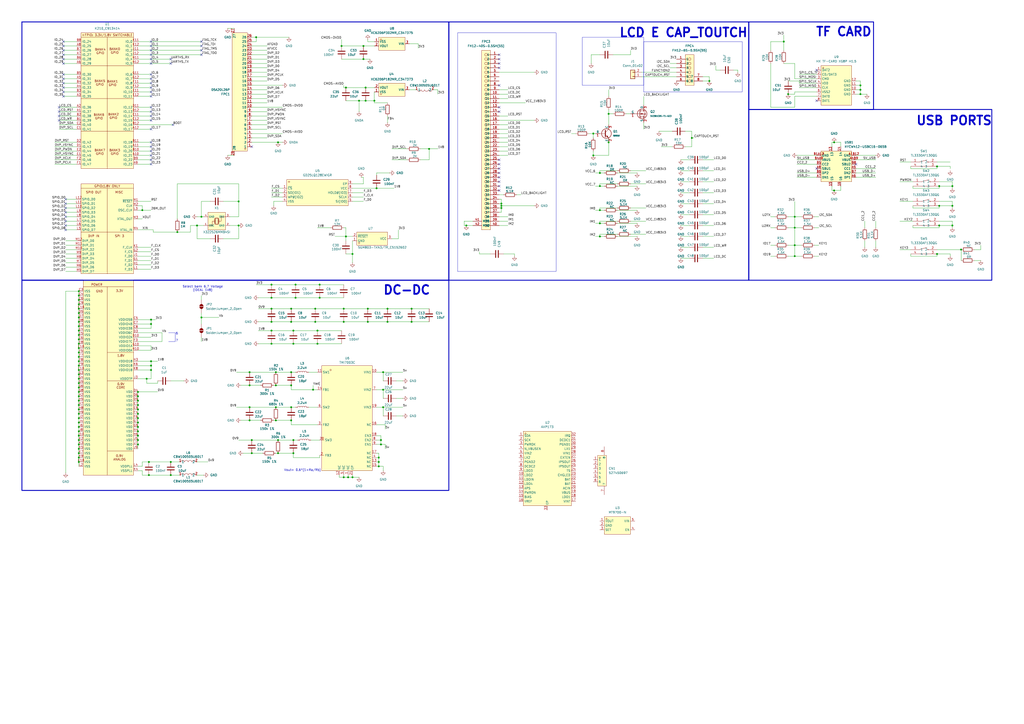
<source format=kicad_sch>
(kicad_sch (version 20250114) (generator "eeschema") (generator_version "9.0")
  (paper "A2")
  (title_block (title "SandKrux") (date "2026-02-07") (rev "v0") (company "Sandlabs"))
  (rectangle (start 12.7 12.7) (end 260.35 162.56) (stroke (width 0.508)))
  (rectangle (start 265.43 19.05) (end 322.58 157.48))
  (rectangle (start 12.7 162.56) (end 260.35 284.48) (stroke (width 0.508)))
  (rectangle (start 337.82 21.59) (end 373.38 49.53))
  (rectangle (start 434.34 12.7) (end 506.73 63.5) (stroke (width 0.508)))
  (rectangle (start 373.38 24.13) (end 430.53 53.34))
  (rectangle (start 260.35 12.7) (end 434.34 162.56) (stroke (width 0.508)))
  (rectangle (start 434.34 63.5) (end 575.31 162.56) (stroke (width 0.508)))
  (text "TF CARD" (at 489.458 18.542 0) (effects (font (size 5.08 5.08) (thickness 1.016) (bold yes))))
  (text "LCD E CAP_TOUTCH" (at 396.494 19.05 0) (effects (font (size 5.08 5.08) (thickness 1.016) (bold yes))))
  (text "DC-DC" (at 235.966 168.402 0) (effects (font (size 5.08 5.08) (thickness 1.016) (bold yes))))
  (text "6\n\n7\n" (at 102.616 195.58 0) (effects (font (size 1.27 1.27))))
  (text "Select bank 6,7 Voltage\n(IDEAL 1V8)" (at 117.602 167.386 0) (effects (font (size 1.27 1.27))))
  (text "USB PORTS" (at 553.466 70.104 0) (effects (font (size 5.08 5.08) (thickness 1.016) (bold yes))))
  (text "Vout= 0.6*(1+Ra/Rb)" (at 175.514 272.796 0) (effects (font (size 1.27 1.27))))
  (junction (at 461.01 132.08))
  (junction (at 148.59 21.59))
  (junction (at 157.48 186.69))
  (junction (at 161.29 262.89))
  (junction (at 353.06 66.04))
  (junction (at 45.72 255.27))
  (junction (at 199.39 186.69))
  (junction (at 146.05 262.89))
  (junction (at 99.06 267.97))
  (junction (at 290.83 120.65))
  (junction (at 157.48 172.72))
  (junction (at 248.92 86.36))
  (junction (at 157.48 199.39))
  (junction (at 80.01 227.33))
  (junction (at 181.61 226.06))
  (junction (at 185.42 165.1))
  (junction (at 224.79 179.07))
  (junction (at 161.29 82.55))
  (junction (at 45.72 250.19))
  (junction (at 411.48 46.99))
  (junction (at 138.43 130.81))
  (junction (at 144.78 236.22))
  (junction (at 401.32 80.01))
  (junction (at 544.83 119.38))
  (junction (at 290.83 118.11))
  (junction (at 45.72 176.53))
  (junction (at 45.72 242.57))
  (junction (at 86.36 267.97))
  (junction (at 210.82 34.29))
  (junction (at 168.91 236.22))
  (junction (at 45.72 237.49))
  (junction (at 80.01 240.03))
  (junction (at 87.63 212.09))
  (junction (at 344.17 77.47))
  (junction (at 461.01 125.73))
  (junction (at 80.01 247.65))
  (junction (at 146.05 255.27))
  (junction (at 347.98 107.95))
  (junction (at 182.88 179.07))
  (junction (at 222.25 236.22))
  (junction (at 45.72 184.15))
  (junction (at 45.72 217.17))
  (junction (at 353.06 82.55))
  (junction (at 199.39 276.86))
  (junction (at 45.72 267.97))
  (junction (at 99.06 275.59))
  (junction (at 161.29 255.27))
  (junction (at 210.82 26.67))
  (junction (at 204.47 276.86))
  (junction (at 116.84 125.73))
  (junction (at 45.72 260.35))
  (junction (at 218.44 109.22))
  (junction (at 45.72 196.85))
  (junction (at 157.48 165.1))
  (junction (at 45.72 181.61))
  (junction (at 201.93 276.86))
  (junction (at 45.72 252.73))
  (junction (at 199.39 179.07))
  (junction (at 170.18 262.89))
  (junction (at 347.98 121.92))
  (junction (at 499.11 49.53))
  (junction (at 238.76 179.07))
  (junction (at 80.01 229.87))
  (junction (at 198.12 26.67))
  (junction (at 168.91 186.69))
  (junction (at 45.72 224.79))
  (junction (at 208.28 58.42))
  (junction (at 222.25 226.06))
  (junction (at 45.72 245.11))
  (junction (at 114.3 130.81))
  (junction (at 461.01 142.24))
  (junction (at 200.66 137.16))
  (junction (at 168.91 179.07))
  (junction (at 80.01 255.27))
  (junction (at 160.02 243.84))
  (junction (at 45.72 257.81))
  (junction (at 45.72 186.69))
  (junction (at 45.72 168.91))
  (junction (at 557.53 144.78))
  (junction (at 499.11 52.07))
  (junction (at 182.88 186.69))
  (junction (at 544.83 130.81))
  (junction (at 82.55 121.92))
  (junction (at 552.45 130.81))
  (junction (at 171.45 172.72))
  (junction (at 87.63 209.55))
  (junction (at 212.09 50.8))
  (junction (at 499.11 54.61))
  (junction (at 45.72 229.87))
  (junction (at 200.66 50.8))
  (junction (at 184.15 191.77))
  (junction (at 217.17 58.42))
  (junction (at 138.43 116.84))
  (junction (at 85.09 219.71))
  (junction (at 185.42 172.72))
  (junction (at 170.18 199.39))
  (junction (at 45.72 232.41))
  (junction (at 168.91 223.52))
  (junction (at 157.48 191.77))
  (junction (at 80.01 232.41))
  (junction (at 160.02 215.9))
  (junction (at 457.2 54.61))
  (junction (at 45.72 191.77))
  (junction (at 45.72 214.63))
  (junction (at 483.87 110.49))
  (junction (at 552.45 107.95))
  (junction (at 45.72 199.39))
  (junction (at 45.72 227.33))
  (junction (at 544.83 107.95))
  (junction (at 144.78 215.9))
  (junction (at 160.02 223.52))
  (junction (at 213.36 179.07))
  (junction (at 45.72 247.65))
  (junction (at 45.72 222.25))
  (junction (at 45.72 265.43))
  (junction (at 144.78 223.52))
  (junction (at 552.45 119.38))
  (junction (at 454.66 24.13))
  (junction (at 160.02 236.22))
  (junction (at 45.72 240.03))
  (junction (at 45.72 179.07))
  (junction (at 213.36 186.69))
  (junction (at 543.56 147.32))
  (junction (at 219.71 270.51))
  (junction (at 80.01 237.49))
  (junction (at 45.72 173.99))
  (junction (at 220.98 257.81))
  (junction (at 224.79 186.69))
  (junction (at 45.72 207.01))
  (junction (at 80.01 242.57))
  (junction (at 170.18 255.27))
  (junction (at 45.72 171.45))
  (junction (at 170.18 191.77))
  (junction (at 45.72 209.55))
  (junction (at 80.01 257.81))
  (junction (at 461.01 148.59))
  (junction (at 344.17 90.17))
  (junction (at 290.83 119.38))
  (junction (at 347.98 100.33))
  (junction (at 87.63 214.63))
  (junction (at 184.15 199.39))
  (junction (at 157.48 179.07))
  (junction (at 80.01 234.95))
  (junction (at 483.87 82.55))
  (junction (at 86.36 275.59))
  (junction (at 204.47 147.32))
  (junction (at 238.76 186.69))
  (junction (at 347.98 129.54))
  (junction (at 80.01 252.73))
  (junction (at 87.63 187.96))
  (junction (at 219.71 267.97))
  (junction (at 270.51 130.81))
  (junction (at 347.98 137.16))
  (junction (at 45.72 234.95))
  (junction (at 87.63 185.42))
  (junction (at 102.87 134.62))
  (junction (at 80.01 250.19))
  (junction (at 45.72 194.31))
  (junction (at 80.01 245.11))
  (junction (at 45.72 201.93))
  (junction (at 45.72 212.09))
  (junction (at 222.25 215.9))
  (junction (at 168.91 243.84))
  (junction (at 543.56 96.52))
  (junction (at 212.09 58.42))
  (junction (at 219.71 265.43))
  (junction (at 220.98 255.27))
  (junction (at 168.91 215.9))
  (junction (at 45.72 219.71))
  (junction (at 45.72 262.89))
  (junction (at 45.72 204.47))
  (junction (at 144.78 243.84))
  (junction (at 171.45 165.1))
  (junction (at 45.72 189.23))
  (junction (at 116.84 184.15))
  (no_connect (at 87.63 45.72))
  (no_connect (at 38.1 123.19))
  (no_connect (at 289.56 110.49))
  (no_connect (at 289.56 92.71))
  (no_connect (at 87.63 62.23))
  (no_connect (at 38.1 115.57))
  (no_connect (at 87.63 87.63))
  (no_connect (at 38.1 125.73))
  (no_connect (at 289.56 36.83))
  (no_connect (at 116.84 26.67))
  (no_connect (at 87.63 85.09))
  (no_connect (at 289.56 97.79))
  (no_connect (at 36.83 55.88))
  (no_connect (at 87.63 82.55))
  (no_connect (at 473.71 40.64))
  (no_connect (at 289.56 49.53))
  (no_connect (at 87.63 53.34))
  (no_connect (at 87.63 69.85))
  (no_connect (at 36.83 26.67))
  (no_connect (at 34.29 67.31))
  (no_connect (at 289.56 34.29))
  (no_connect (at 116.84 29.21))
  (no_connect (at 38.1 130.81))
  (no_connect (at 36.83 24.13))
  (no_connect (at 36.83 48.26))
  (no_connect (at 289.56 62.23))
  (no_connect (at 36.83 50.8))
  (no_connect (at 87.63 34.29))
  (no_connect (at 99.06 36.83))
  (no_connect (at 289.56 100.33))
  (no_connect (at 496.57 95.25))
  (no_connect (at 36.83 45.72))
  (no_connect (at 87.63 92.71))
  (no_connect (at 100.33 72.39))
  (no_connect (at 34.29 64.77))
  (no_connect (at 289.56 31.75))
  (no_connect (at 87.63 31.75))
  (no_connect (at 289.56 64.77))
  (no_connect (at 36.83 53.34))
  (no_connect (at 36.83 36.83))
  (no_connect (at 87.63 50.8))
  (no_connect (at 87.63 55.88))
  (no_connect (at 289.56 95.25))
  (no_connect (at 99.06 34.29))
  (no_connect (at 87.63 74.93))
  (no_connect (at 116.84 31.75))
  (no_connect (at 289.56 39.37))
  (no_connect (at 87.63 48.26))
  (no_connect (at 87.63 95.25))
  (no_connect (at 87.63 24.13))
  (no_connect (at 473.71 97.79))
  (no_connect (at 38.1 118.11))
  (no_connect (at 38.1 120.65))
  (no_connect (at 87.63 43.18))
  (no_connect (at 87.63 26.67))
  (no_connect (at 87.63 90.17))
  (no_connect (at 36.83 29.21))
  (no_connect (at 87.63 36.83))
  (no_connect (at 87.63 67.31))
  (no_connect (at 36.83 34.29))
  (no_connect (at 38.1 128.27))
  (no_connect (at 38.1 133.35))
  (no_connect (at 36.83 43.18))
  (no_connect (at 146.05 85.09))
  (no_connect (at 289.56 102.87))
  (no_connect (at 87.63 64.77))
  (no_connect (at 473.71 58.42))
  (no_connect (at 87.63 29.21))
  (no_connect (at 116.84 24.13))
  (no_connect (at 34.29 69.85))
  (no_connect (at 289.56 105.41))
  (no_connect (at 36.83 31.75))
  (no_connect (at 289.56 107.95))
  (no_connect (at 34.29 62.23))
  (wire (pts (xy 353.06 52.07) (xy 353.06 55.88)))
  (wire (pts (xy 160.02 215.9) (xy 168.91 215.9)))
  (wire (pts (xy 289.56 120.65) (xy 290.83 120.65)))
  (wire (pts (xy 472.44 142.24) (xy 474.98 142.24)))
  (wire (pts (xy 394.97 105.41) (xy 400.05 105.41)))
  (wire (pts (xy 161.29 82.55) (xy 163.83 82.55)))
  (wire (pts (xy 213.36 179.07) (xy 224.79 179.07)))
  (wire (pts (xy 87.63 219.71) (xy 85.09 219.71)))
  (wire (pts (xy 482.6 82.55) (xy 483.87 82.55)))
  (wire (pts (xy 358.14 137.16) (xy 369.57 137.16)))
  (wire (pts (xy 184.15 132.08) (xy 191.77 132.08)))
  (wire (pts (xy 200.66 137.16) (xy 204.47 137.16)))
  (wire (pts (xy 80.01 193.04) (xy 93.98 193.04)))
  (wire (pts (xy 80.01 62.23) (xy 87.63 62.23)))
  (wire (pts (xy 82.55 275.59) (xy 82.55 273.05)))
  (wire (pts (xy 204.47 106.68) (xy 210.82 106.68)))
  (wire (pts (xy 218.44 270.51) (xy 219.71 270.51)))
  (wire (pts (xy 289.56 59.69) (xy 304.8 59.69)))
  (wire (pts (xy 87.63 187.96) (xy 87.63 190.5)))
  (wire (pts (xy 496.57 49.53) (xy 499.11 49.53)))
  (wire (pts (xy 204.47 276.86) (xy 204.47 275.59)))
  (wire (pts (xy 290.83 120.65) (xy 290.83 123.19)))
  (wire (pts (xy 179.07 215.9) (xy 184.15 215.9)))
  (wire (pts (xy 229.87 241.3) (xy 233.68 241.3)))
  (wire (pts (xy 347.98 107.95) (xy 350.52 107.95)))
  (wire (pts (xy 487.68 82.55) (xy 487.68 85.09)))
  (wire (pts (xy 544.83 109.22) (xy 544.83 107.95)))
  (wire (pts (xy 461.01 62.23) (xy 461.01 55.88)))
  (wire (pts (xy 80.01 187.96) (xy 87.63 187.96)))
  (wire (pts (xy 358.14 129.54) (xy 369.57 129.54)))
  (wire (pts (xy 146.05 29.21) (xy 154.94 29.21)))
  (wire (pts (xy 208.28 58.42) (xy 208.28 64.77)))
  (wire (pts (xy 116.84 116.84) (xy 121.92 116.84)))
  (wire (pts (xy 347.98 137.16) (xy 350.52 137.16)))
  (wire (pts (xy 270.51 130.81) (xy 274.32 130.81)))
  (wire (pts (xy 551.18 147.32) (xy 551.18 148.59)))
  (wire (pts (xy 463.55 48.26) (xy 473.71 48.26)))
  (wire (pts (xy 36.83 34.29) (xy 44.45 34.29)))
  (wire (pts (xy 289.56 82.55) (xy 294.64 82.55)))
  (wire (pts (xy 358.14 106.68) (xy 347.98 106.68)))
  (wire (pts (xy 529.59 120.65) (xy 529.59 119.38)))
  (wire (pts (xy 87.63 121.92) (xy 82.55 121.92)))
  (wire (pts (xy 353.06 90.17) (xy 344.17 90.17)))
  (wire (pts (xy 80.01 252.73) (xy 80.01 255.27)))
  (wire (pts (xy 181.61 223.52) (xy 181.61 226.06)))
  (wire (pts (xy 224.79 67.31) (xy 224.79 71.12)))
  (wire (pts (xy 447.04 29.21) (xy 447.04 24.13)))
  (wire (pts (xy 219.71 265.43) (xy 219.71 262.89)))
  (wire (pts (xy 289.56 125.73) (xy 294.64 125.73)))
  (wire (pts (xy 472.44 125.73) (xy 474.98 125.73)))
  (wire (pts (xy 290.83 115.57) (xy 290.83 118.11)))
  (wire (pts (xy 347.98 100.33) (xy 350.52 100.33)))
  (wire (pts (xy 219.71 270.51) (xy 219.71 267.97)))
  (wire (pts (xy 289.56 57.15) (xy 294.64 57.15)))
  (wire (pts (xy 289.56 41.91) (xy 309.88 41.91)))
  (wire (pts (xy 218.44 255.27) (xy 220.98 255.27)))
  (wire (pts (xy 184.15 226.06) (xy 181.61 226.06)))
  (wire (pts (xy 161.29 262.89) (xy 170.18 262.89)))
  (wire (pts (xy 208.28 58.42) (xy 212.09 58.42)))
  (wire (pts (xy 144.78 223.52) (xy 151.13 223.52)))
  (wire (pts (xy 168.91 236.22) (xy 171.45 236.22)))
  (wire (pts (xy 102.87 134.62) (xy 110.49 134.62)))
  (wire (pts (xy 345.44 121.92) (xy 347.98 121.92)))
  (wire (pts (xy 365.76 31.75) (xy 355.6 31.75)))
  (wire (pts (xy 80.01 48.26) (xy 87.63 48.26)))
  (wire (pts (xy 200.66 132.08) (xy 200.66 137.16)))
  (wire (pts (xy 36.83 36.83) (xy 44.45 36.83)))
  (wire (pts (xy 199.39 276.86) (xy 199.39 275.59)))
  (wire (pts (xy 461.01 36.83) (xy 461.01 45.72)))
  (wire (pts (xy 226.06 100.33) (xy 218.44 100.33)))
  (wire (pts (xy 99.06 220.98) (xy 106.68 220.98)))
  (wire (pts (xy 461.01 55.88) (xy 473.71 55.88)))
  (wire (pts (xy 140.97 262.89) (xy 146.05 262.89)))
  (wire (pts (xy 289.56 52.07) (xy 294.64 52.07)))
  (wire (pts (xy 383.54 85.09) (xy 389.89 85.09)))
  (wire (pts (xy 146.05 72.39) (xy 154.94 72.39)))
  (wire (pts (xy 222.25 215.9) (xy 233.68 215.9)))
  (wire (pts (xy 45.72 189.23) (xy 45.72 186.69)))
  (wire (pts (xy 496.57 92.71) (xy 508 92.71)))
  (wire (pts (xy 80.01 234.95) (xy 80.01 237.49)))
  (wire (pts (xy 129.54 116.84) (xy 138.43 116.84)))
  (wire (pts (xy 289.56 72.39) (xy 294.64 72.39)))
  (wire (pts (xy 80.01 203.2) (xy 87.63 203.2)))
  (wire (pts (xy 146.05 34.29) (xy 154.94 34.29)))
  (wire (pts (xy 185.42 265.43) (xy 170.18 265.43)))
  (wire (pts (xy 118.11 125.73) (xy 116.84 125.73)))
  (wire (pts (xy 87.63 214.63) (xy 87.63 219.71)))
  (wire (pts (xy 184.15 191.77) (xy 198.12 191.77)))
  (wire (pts (xy 146.05 80.01) (xy 154.94 80.01)))
  (wire (pts (xy 544.83 119.38) (xy 552.45 119.38)))
  (wire (pts (xy 223.52 246.38) (xy 223.52 248.92)))
  (wire (pts (xy 38.1 168.91) (xy 45.72 168.91)))
  (wire (pts (xy 358.14 128.27) (xy 347.98 128.27)))
  (wire (pts (xy 528.32 97.79) (xy 543.56 97.79)))
  (wire (pts (xy 447.04 142.24) (xy 449.58 142.24)))
  (wire (pts (xy 199.39 179.07) (xy 213.36 179.07)))
  (wire (pts (xy 227.33 92.71) (xy 236.22 92.71)))
  (wire (pts (xy 200.66 50.8) (xy 212.09 50.8)))
  (wire (pts (xy 91.44 209.55) (xy 87.63 209.55)))
  (wire (pts (xy 415.29 40.64) (xy 417.83 40.64)))
  (wire (pts (xy 36.83 50.8) (xy 44.45 50.8)))
  (wire (pts (xy 45.72 242.57) (xy 45.72 240.03)))
  (wire (pts (xy 521.97 144.78) (xy 528.32 144.78)))
  (wire (pts (xy 248.92 92.71) (xy 243.84 92.71)))
  (wire (pts (xy 45.72 196.85) (xy 45.72 194.31)))
  (wire (pts (xy 38.1 139.7) (xy 44.45 139.7)))
  (wire (pts (xy 194.31 137.16) (xy 200.66 137.16)))
  (wire (pts (xy 158.75 116.84) (xy 163.83 116.84)))
  (wire (pts (xy 45.72 255.27) (xy 45.72 252.73)))
  (wire (pts (xy 222.25 226.06) (xy 233.68 226.06)))
  (wire (pts (xy 87.63 185.42) (xy 87.63 187.96)))
  (wire (pts (xy 168.91 215.9) (xy 171.45 215.9)))
  (wire (pts (xy 543.56 96.52) (xy 551.18 96.52)))
  (wire (pts (xy 80.01 43.18) (xy 87.63 43.18)))
  (wire (pts (xy 168.91 186.69) (xy 182.88 186.69)))
  (wire (pts (xy 528.32 97.79) (xy 528.32 96.52)))
  (wire (pts (xy 157.48 191.77) (xy 170.18 191.77)))
  (wire (pts (xy 146.05 44.45) (xy 154.94 44.45)))
  (wire (pts (xy 218.44 246.38) (xy 223.52 246.38)))
  (wire (pts (xy 358.14 107.95) (xy 369.57 107.95)))
  (wire (pts (xy 45.72 209.55) (xy 45.72 207.01)))
  (wire (pts (xy 407.67 149.86) (xy 414.02 149.86)))
  (wire (pts (xy 34.29 74.93) (xy 44.45 74.93)))
  (wire (pts (xy 210.82 26.67) (xy 198.12 26.67)))
  (wire (pts (xy 358.14 99.06) (xy 347.98 99.06)))
  (wire (pts (xy 289.56 113.03) (xy 292.1 113.03)))
  (wire (pts (xy 146.05 59.69) (xy 154.94 59.69)))
  (wire (pts (xy 146.05 36.83) (xy 154.94 36.83)))
  (wire (pts (xy 552.45 130.81) (xy 552.45 132.08)))
  (wire (pts (xy 38.1 149.86) (xy 44.45 149.86)))
  (wire (pts (xy 487.68 107.95) (xy 487.68 110.49)))
  (wire (pts (xy 242.57 25.4) (xy 242.57 27.94)))
  (wire (pts (xy 138.43 255.27) (xy 146.05 255.27)))
  (wire (pts (xy 45.72 212.09) (xy 45.72 209.55)))
  (wire (pts (xy 80.01 148.59) (xy 87.63 148.59)))
  (wire (pts (xy 229.87 220.98) (xy 233.68 220.98)))
  (wire (pts (xy 463.55 43.18) (xy 473.71 43.18)))
  (wire (pts (xy 407.67 124.46) (xy 414.02 124.46)))
  (wire (pts (xy 118.11 130.81) (xy 114.3 130.81)))
  (wire (pts (xy 148.59 21.59) (xy 167.64 21.59)))
  (wire (pts (xy 160.02 223.52) (xy 168.91 223.52)))
  (wire (pts (xy 222.25 226.06) (xy 222.25 231.14)))
  (wire (pts (xy 401.32 76.2) (xy 401.32 80.01)))
  (wire (pts (xy 218.44 265.43) (xy 219.71 265.43)))
  (wire (pts (xy 347.98 135.89) (xy 347.98 137.16)))
  (wire (pts (xy 157.48 179.07) (xy 168.91 179.07)))
  (wire (pts (xy 521.97 116.84) (xy 529.59 116.84)))
  (wire (pts (xy 160.02 236.22) (xy 168.91 236.22)))
  (wire (pts (xy 461.01 142.24) (xy 461.01 148.59)))
  (wire (pts (xy 116.84 181.61) (xy 116.84 184.15)))
  (wire (pts (xy 397.51 76.2) (xy 401.32 76.2)))
  (wire (pts (xy 394.97 92.71) (xy 400.05 92.71)))
  (wire (pts (xy 462.28 90.17) (xy 473.71 90.17)))
  (wire (pts (xy 45.72 237.49) (xy 45.72 234.95)))
  (wire (pts (xy 543.56 148.59) (xy 543.56 147.32)))
  (wire (pts (xy 447.04 36.83) (xy 447.04 62.23)))
  (wire (pts (xy 34.29 64.77) (xy 44.45 64.77)))
  (wire (pts (xy 31.75 85.09) (xy 44.45 85.09)))
  (wire (pts (xy 38.1 123.19) (xy 44.45 123.19)))
  (wire (pts (xy 38.1 128.27) (xy 44.45 128.27)))
  (wire (pts (xy 529.59 109.22) (xy 544.83 109.22)))
  (wire (pts (xy 461.01 116.84) (xy 461.01 125.73)))
  (wire (pts (xy 116.84 116.84) (xy 116.84 125.73)))
  (wire (pts (xy 227.33 138.43) (xy 231.14 138.43)))
  (wire (pts (xy 45.72 232.41) (xy 45.72 229.87)))
  (wire (pts (xy 552.45 107.95) (xy 552.45 109.22)))
  (wire (pts (xy 45.72 240.03) (xy 45.72 237.49)))
  (wire (pts (xy 45.72 229.87) (xy 45.72 227.33)))
  (wire (pts (xy 407.67 105.41) (xy 414.02 105.41)))
  (wire (pts (xy 85.09 222.25) (xy 91.44 222.25)))
  (wire (pts (xy 80.01 143.51) (xy 87.63 143.51)))
  (wire (pts (xy 394.97 124.46) (xy 400.05 124.46)))
  (wire (pts (xy 483.87 82.55) (xy 487.68 82.55)))
  (wire (pts (xy 80.01 121.92) (xy 82.55 121.92)))
  (wire (pts (xy 45.72 227.33) (xy 45.72 224.79)))
  (wire (pts (xy 365.76 120.65) (xy 374.65 120.65)))
  (wire (pts (xy 146.05 24.13) (xy 148.59 24.13)))
  (wire (pts (xy 407.67 111.76) (xy 414.02 111.76)))
  (wire (pts (xy 544.83 132.08) (xy 544.83 130.81)))
  (wire (pts (xy 80.01 36.83) (xy 99.06 36.83)))
  (wire (pts (xy 461.01 132.08) (xy 461.01 142.24)))
  (wire (pts (xy 345.44 107.95) (xy 347.98 107.95)))
  (wire (pts (xy 182.88 186.69) (xy 199.39 186.69)))
  (wire (pts (xy 80.01 242.57) (xy 80.01 245.11)))
  (wire (pts (xy 220.98 257.81) (xy 223.52 257.81)))
  (wire (pts (xy 388.62 36.83) (xy 392.43 36.83)))
  (wire (pts (xy 508 128.27) (xy 508 132.08)))
  (wire (pts (xy 36.83 31.75) (xy 44.45 31.75)))
  (wire (pts (xy 181.61 226.06) (xy 168.91 226.06)))
  (wire (pts (xy 529.59 132.08) (xy 529.59 130.81)))
  (wire (pts (xy 238.76 186.69) (xy 248.92 186.69)))
  (wire (pts (xy 184.15 246.38) (xy 168.91 246.38)))
  (wire (pts (xy 544.83 128.27) (xy 552.45 128.27)))
  (wire (pts (xy 394.97 143.51) (xy 400.05 143.51)))
  (wire (pts (xy 34.29 67.31) (xy 44.45 67.31)))
  (wire (pts (xy 427.99 40.64) (xy 427.99 41.91)))
  (wire (pts (xy 218.44 109.22) (xy 228.6 109.22)))
  (wire (pts (xy 80.01 153.67) (xy 87.63 153.67)))
  (wire (pts (xy 210.82 106.68) (xy 210.82 102.87)))
  (wire (pts (xy 80.01 190.5) (xy 87.63 190.5)))
  (wire (pts (xy 196.85 276.86) (xy 199.39 276.86)))
  (wire (pts (xy 551.18 96.52) (xy 551.18 97.79)))
  (wire (pts (xy 447.04 148.59) (xy 449.58 148.59)))
  (wire (pts (xy 344.17 77.47) (xy 345.44 77.47)))
  (wire (pts (xy 45.72 265.43) (xy 45.72 262.89)))
  (wire (pts (xy 219.71 270.51) (xy 222.25 270.51)))
  (wire (pts (xy 345.44 100.33) (xy 347.98 100.33)))
  (wire (pts (xy 447.04 24.13) (xy 454.66 24.13)))
  (wire (pts (xy 146.05 26.67) (xy 154.94 26.67)))
  (wire (pts (xy 199.39 49.53) (xy 199.39 50.8)))
  (wire (pts (xy 223.52 257.81) (xy 223.52 260.35)))
  (wire (pts (xy 146.05 82.55) (xy 161.29 82.55)))
  (wire (pts (xy 407.67 92.71) (xy 414.02 92.71)))
  (wire (pts (xy 168.91 246.38) (xy 168.91 243.84)))
  (wire (pts (xy 80.01 151.13) (xy 87.63 151.13)))
  (wire (pts (xy 401.32 80.01) (xy 402.59 80.01)))
  (wire (pts (xy 289.56 87.63) (xy 294.64 87.63)))
  (wire (pts (xy 38.1 118.11) (xy 44.45 118.11)))
  (wire (pts (xy 496.57 52.07) (xy 499.11 52.07)))
  (wire (pts (xy 80.01 72.39) (xy 100.33 72.39)))
  (wire (pts (xy 45.72 219.71) (xy 45.72 217.17)))
  (wire (pts (xy 34.29 69.85) (xy 44.45 69.85)))
  (wire (pts (xy 529.59 120.65) (xy 544.83 120.65)))
  (wire (pts (xy 86.36 267.97) (xy 99.06 267.97)))
  (wire (pts (xy 290.83 119.38) (xy 290.83 120.65)))
  (wire (pts (xy 407.67 118.11) (xy 414.02 118.11)))
  (wire (pts (xy 158.75 223.52) (xy 160.02 223.52)))
  (wire (pts (xy 38.1 152.4) (xy 44.45 152.4)))
  (wire (pts (xy 199.39 50.8) (xy 200.66 50.8)))
  (wire (pts (xy 45.72 217.17) (xy 45.72 214.63)))
  (wire (pts (xy 289.56 115.57) (xy 290.83 115.57)))
  (wire (pts (xy 331.47 77.47) (xy 334.01 77.47)))
  (wire (pts (xy 45.72 199.39) (xy 45.72 196.85)))
  (wire (pts (xy 407.67 137.16) (xy 414.02 137.16)))
  (wire (pts (xy 144.78 215.9) (xy 160.02 215.9)))
  (wire (pts (xy 36.83 55.88) (xy 44.45 55.88)))
  (wire (pts (xy 224.79 186.69) (xy 238.76 186.69)))
  (wire (pts (xy 462.28 95.25) (xy 473.71 95.25)))
  (wire (pts (xy 199.39 186.69) (xy 213.36 186.69)))
  (wire (pts (xy 447.04 125.73) (xy 449.58 125.73)))
  (wire (pts (xy 45.72 245.11) (xy 45.72 242.57)))
  (wire (pts (xy 552.45 128.27) (xy 552.45 130.81)))
  (wire (pts (xy 290.83 118.11) (xy 290.83 119.38)))
  (wire (pts (xy 45.72 179.07) (xy 45.72 176.53)))
  (wire (pts (xy 129.54 138.43) (xy 138.43 138.43)))
  (wire (pts (xy 353.06 63.5) (xy 353.06 66.04)))
  (wire (pts (xy 148.59 165.1) (xy 157.48 165.1)))
  (wire (pts (xy 146.05 39.37) (xy 154.94 39.37)))
  (wire (pts (xy 447.04 132.08) (xy 449.58 132.08)))
  (wire (pts (xy 543.56 144.78) (xy 557.53 144.78)))
  (wire (pts (xy 158.75 119.38) (xy 158.75 116.84)))
  (wire (pts (xy 133.35 130.81) (xy 138.43 130.81)))
  (wire (pts (xy 87.63 50.8) (xy 80.01 50.8)))
  (wire (pts (xy 365.76 106.68) (xy 374.65 106.68)))
  (wire (pts (xy 457.2 142.24) (xy 461.01 142.24)))
  (wire (pts (xy 80.01 212.09) (xy 87.63 212.09)))
  (wire (pts (xy 157.48 199.39) (xy 170.18 199.39)))
  (wire (pts (xy 185.42 264.16) (xy 185.42 265.43)))
  (wire (pts (xy 87.63 55.88) (xy 80.01 55.88)))
  (wire (pts (xy 496.57 46.99) (xy 499.11 46.99)))
  (wire (pts (xy 224.79 179.07) (xy 238.76 179.07)))
  (wire (pts (xy 543.56 147.32) (xy 551.18 147.32)))
  (wire (pts (xy 80.01 29.21) (xy 116.84 29.21)))
  (wire (pts (xy 353.06 82.55) (xy 353.06 90.17)))
  (wire (pts (xy 401.32 80.01) (xy 401.32 85.09)))
  (wire (pts (xy 407.67 99.06) (xy 414.02 99.06)))
  (wire (pts (xy 210.82 34.29) (xy 198.12 34.29)))
  (wire (pts (xy 213.36 24.13) (xy 213.36 22.86)))
  (wire (pts (xy 290.83 119.38) (xy 309.88 119.38)))
  (wire (pts (xy 496.57 97.79) (xy 508 97.79)))
  (wire (pts (xy 269.24 128.27) (xy 269.24 130.81)))
  (wire (pts (xy 127 184.15) (xy 116.84 184.15)))
  (wire (pts (xy 87.63 200.66) (xy 87.63 203.2)))
  (wire (pts (xy 344.17 87.63) (xy 344.17 90.17)))
  (wire (pts (xy 243.84 86.36) (xy 248.92 86.36)))
  (wire (pts (xy 168.91 179.07) (xy 182.88 179.07)))
  (wire (pts (xy 80.01 185.42) (xy 87.63 185.42)))
  (wire (pts (xy 80.01 255.27) (xy 80.01 257.81)))
  (wire (pts (xy 461.01 45.72) (xy 473.71 45.72)))
  (wire (pts (xy 80.01 214.63) (xy 87.63 214.63)))
  (wire (pts (xy 565.15 151.13) (xy 568.96 151.13)))
  (wire (pts (xy 80.01 116.84) (xy 87.63 116.84)))
  (wire (pts (xy 146.05 57.15) (xy 154.94 57.15)))
  (wire (pts (xy 31.75 82.55) (xy 44.45 82.55)))
  (wire (pts (xy 461.01 132.08) (xy 464.82 132.08)))
  (wire (pts (xy 345.44 137.16) (xy 347.98 137.16)))
  (wire (pts (xy 157.48 172.72) (xy 149.86 172.72)))
  (wire (pts (xy 38.1 120.65) (xy 44.45 120.65)))
  (wire (pts (xy 415.29 38.1) (xy 415.29 40.64)))
  (wire (pts (xy 82.55 270.51) (xy 80.0994 270.51)))
  (wire (pts (xy 218.44 100.33) (xy 218.44 101.6)))
  (wire (pts (xy 38.1 142.24) (xy 44.45 142.24)))
  (wire (pts (xy 461.01 54.61) (xy 461.01 53.34)))
  (wire (pts (xy 219.71 267.97) (xy 219.71 265.43)))
  (wire (pts (xy 363.22 66.04) (xy 365.76 66.04)))
  (wire (pts (xy 146.05 74.93) (xy 154.94 74.93)))
  (wire (pts (xy 218.44 236.22) (xy 222.25 236.22)))
  (wire (pts (xy 80.01 227.33) (xy 80.01 229.87)))
  (wire (pts (xy 394.97 118.11) (xy 400.05 118.11)))
  (wire (pts (xy 201.93 276.86) (xy 201.93 275.59)))
  (wire (pts (xy 80.01 133.35) (xy 88.9 133.35)))
  (wire (pts (xy 290.83 123.19) (xy 289.56 123.19)))
  (wire (pts (xy 146.05 69.85) (xy 154.94 69.85)))
  (wire (pts (xy 208.28 276.86) (xy 204.47 276.86)))
  (wire (pts (xy 114.3 125.73) (xy 116.84 125.73)))
  (wire (pts (xy 289.56 130.81) (xy 294.64 130.81)))
  (wire (pts (xy 394.97 149.86) (xy 400.05 149.86)))
  (wire (pts (xy 199.39 276.86) (xy 201.93 276.86)))
  (wire (pts (xy 344.17 80.01) (xy 344.17 77.47)))
  (wire (pts (xy 45.72 262.89) (xy 45.72 260.35)))
  (wire (pts (xy 146.05 54.61) (xy 154.94 54.61)))
  (wire (pts (xy 196.85 275.59) (xy 196.85 276.86)))
  (wire (pts (xy 218.44 226.06) (xy 222.25 226.06)))
  (wire (pts (xy 462.28 100.33) (xy 473.71 100.33)))
  (wire (pts (xy 80.01 227.33) (xy 91.44 227.33)))
  (wire (pts (xy 170.18 191.77) (xy 184.15 191.77)))
  (wire (pts (xy 238.76 179.07) (xy 248.92 179.07)))
  (wire (pts (xy 80.01 237.49) (xy 80.01 240.03)))
  (wire (pts (xy 218.44 215.9) (xy 222.25 215.9)))
  (wire (pts (xy 45.72 267.97) (xy 45.72 265.43)))
  (wire (pts (xy 425.45 40.64) (xy 427.99 40.64)))
  (wire (pts (xy 146.05 64.77) (xy 154.94 64.77)))
  (wire (pts (xy 80.01 195.58) (xy 87.63 195.58)))
  (wire (pts (xy 210.82 102.87) (xy 209.55 102.87)))
  (wire (pts (xy 80.01 200.66) (xy 87.63 200.66)))
  (wire (pts (xy 157.48 172.72) (xy 171.45 172.72)))
  (wire (pts (xy 365.76 135.89) (xy 374.65 135.89)))
  (wire (pts (xy 461.01 125.73) (xy 461.01 132.08)))
  (wire (pts (xy 171.45 165.1) (xy 185.42 165.1)))
  (wire (pts (xy 146.05 52.07) (xy 154.94 52.07)))
  (wire (pts (xy 341.63 77.47) (xy 344.17 77.47)))
  (wire (pts (xy 86.36 275.59) (xy 82.55 275.59)))
  (wire (pts (xy 137.16 215.9) (xy 144.78 215.9)))
  (wire (pts (xy 80.01 87.63) (xy 87.63 87.63)))
  (wire (pts (xy 342.9 31.75) (xy 342.9 36.83)))
  (wire (pts (xy 457.2 54.61) (xy 461.01 54.61)))
  (wire (pts (xy 139.7 243.84) (xy 144.78 243.84)))
  (wire (pts (xy 138.43 116.84) (xy 138.43 106.68)))
  (wire (pts (xy 87.63 209.55) (xy 87.63 212.09)))
  (wire (pts (xy 200.66 147.32) (xy 204.47 147.32)))
  (wire (pts (xy 132.08 90.17) (xy 135.89 90.17)))
  (wire (pts (xy 45.72 250.19) (xy 45.72 247.65)))
  (wire (pts (xy 365.76 99.06) (xy 374.65 99.06)))
  (wire (pts (xy 38.1 115.57) (xy 44.45 115.57)))
  (wire (pts (xy 394.97 99.06) (xy 400.05 99.06)))
  (wire (pts (xy 289.56 85.09) (xy 294.64 85.09)))
  (wire (pts (xy 157.48 109.22) (xy 163.83 109.22)))
  (wire (pts (xy 87.63 185.42) (xy 90.17 185.42)))
  (wire (pts (xy 565.15 144.78) (xy 568.96 144.78)))
  (wire (pts (xy 36.83 26.67) (xy 44.45 26.67)))
  (wire (pts (xy 454.66 36.83) (xy 461.01 36.83)))
  (wire (pts (xy 146.05 49.53) (xy 163.83 49.53)))
  (wire (pts (xy 45.72 257.81) (xy 45.72 255.27)))
  (wire (pts (xy 45.72 191.77) (xy 45.72 189.23)))
  (wire (pts (xy 45.72 247.65) (xy 45.72 245.11)))
  (wire (pts (xy 496.57 102.87) (xy 508 102.87)))
  (wire (pts (xy 251.46 52.07) (xy 254 52.07)))
  (wire (pts (xy 80.01 156.21) (xy 87.63 156.21)))
  (wire (pts (xy 220.98 252.73) (xy 218.44 252.73)))
  (wire (pts (xy 80.01 82.55) (xy 87.63 82.55)))
  (wire (pts (xy 102.87 106.68) (xy 102.87 127)))
  (wire (pts (xy 278.13 146.05) (xy 278.13 147.32)))
  (wire (pts (xy 80.01 257.81) (xy 80.01 260.35)))
  (wire (pts (xy 182.88 179.07) (xy 199.39 179.07)))
  (wire (pts (xy 501.65 139.7) (xy 501.65 143.51)))
  (wire (pts (xy 463.55 46.99) (xy 463.55 48.26)))
  (wire (pts (xy 36.83 24.13) (xy 44.45 24.13)))
  (wire (pts (xy 521.97 93.98) (xy 528.32 93.98)))
  (wire (pts (xy 508 139.7) (xy 508 143.51)))
  (wire (pts (xy 82.55 273.05) (xy 80.0994 273.05)))
  (wire (pts (xy 36.83 48.26) (xy 44.45 48.26)))
  (wire (pts (xy 218.44 257.81) (xy 220.98 257.81)))
  (wire (pts (xy 472.44 132.08) (xy 474.98 132.08)))
  (wire (pts (xy 80.01 247.65) (xy 80.01 250.19)))
  (wire (pts (xy 204.47 109.22) (xy 218.44 109.22)))
  (wire (pts (xy 552.45 119.38) (xy 552.45 120.65)))
  (wire (pts (xy 144.78 243.84) (xy 151.13 243.84)))
  (wire (pts (xy 347.98 31.75) (xy 342.9 31.75)))
  (wire (pts (xy 200.66 58.42) (xy 208.28 58.42)))
  (wire (pts (xy 499.11 49.53) (xy 499.11 52.07)))
  (wire (pts (xy 347.98 99.06) (xy 347.98 100.33)))
  (wire (pts (xy 457.2 148.59) (xy 461.01 148.59)))
  (wire (pts (xy 80.01 26.67) (xy 116.84 26.67)))
  (wire (pts (xy 80.01 31.75) (xy 116.84 31.75)))
  (wire (pts (xy 289.56 80.01) (xy 294.64 80.01)))
  (wire (pts (xy 220.98 255.27) (xy 220.98 252.73)))
  (wire (pts (xy 38.1 133.35) (xy 44.45 133.35)))
  (wire (pts (xy 121.92 138.43) (xy 114.3 138.43)))
  (wire (pts (xy 483.87 110.49) (xy 482.6 110.49)))
  (wire (pts (xy 457.2 132.08) (xy 461.01 132.08)))
  (wire (pts (xy 139.7 223.52) (xy 144.78 223.52)))
  (wire (pts (xy 347.98 106.68) (xy 347.98 107.95)))
  (wire (pts (xy 201.93 276.86) (xy 204.47 276.86)))
  (wire (pts (xy 212.09 58.42) (xy 217.17 58.42)))
  (wire (pts (xy 222.25 236.22) (xy 222.25 241.3)))
  (wire (pts (xy 461.01 142.24) (xy 464.82 142.24)))
  (wire (pts (xy 372.11 41.91) (xy 392.43 41.91)))
  (wire (pts (xy 482.6 110.49) (xy 482.6 107.95)))
  (wire (pts (xy 146.05 77.47) (xy 163.83 77.47)))
  (wire (pts (xy 217.17 53.34) (xy 217.17 58.42)))
  (wire (pts (xy 347.98 121.92) (xy 350.52 121.92)))
  (wire (pts (xy 289.56 90.17) (xy 294.64 90.17)))
  (wire (pts (xy 298.45 147.32) (xy 298.45 148.59)))
  (wire (pts (xy 45.72 171.45) (xy 45.72 168.91)))
  (wire (pts (xy 401.32 85.09) (xy 397.51 85.09)))
  (wire (pts (xy 407.67 46.99) (xy 411.48 46.99)))
  (wire (pts (xy 218.44 267.97) (xy 219.71 267.97)))
  (wire (pts (xy 457.2 125.73) (xy 461.01 125.73)))
  (wire (pts (xy 88.9 134.62) (xy 102.87 134.62)))
  (wire (pts (xy 80.01 85.09) (xy 87.63 85.09)))
  (wire (pts (xy 88.9 133.35) (xy 88.9 134.62)))
  (wire (pts (xy 34.29 72.39) (xy 44.45 72.39)))
  (wire (pts (xy 146.05 67.31) (xy 154.94 67.31)))
  (wire (pts (xy 157.48 186.69) (xy 149.86 186.69)))
  (wire (pts (xy 31.75 92.71) (xy 44.45 92.71)))
  (wire (pts (xy 137.16 236.22) (xy 144.78 236.22)))
  (wire (pts (xy 170.18 265.43) (xy 170.18 262.89)))
  (wire (pts (xy 146.05 255.27) (xy 161.29 255.27)))
  (wire (pts (xy 394.97 130.81) (xy 400.05 130.81)))
  (wire (pts (xy 80.01 146.05) (xy 87.63 146.05)))
  (wire (pts (xy 45.72 173.99) (xy 45.72 171.45)))
  (wire (pts (xy 248.92 86.36) (xy 248.92 92.71)))
  (wire (pts (xy 170.18 255.27) (xy 172.72 255.27)))
  (wire (pts (xy 345.44 129.54) (xy 347.98 129.54)))
  (wire (pts (xy 372.11 44.45) (xy 392.43 44.45)))
  (wire (pts (xy 45.72 222.25) (xy 45.72 219.71)))
  (wire (pts (xy 212.09 50.8) (xy 217.17 50.8)))
  (wire (pts (xy 45.72 270.51) (xy 45.72 267.97)))
  (wire (pts (xy 204.47 111.76) (xy 210.82 111.76)))
  (wire (pts (xy 80.01 24.13) (xy 116.84 24.13)))
  (wire (pts (xy 278.13 147.32) (xy 284.48 147.32)))
  (wire (pts (xy 185.42 172.72) (xy 199.39 172.72)))
  (wire (pts (xy 289.56 67.31) (xy 294.64 67.31)))
  (wire (pts (xy 31.75 95.25) (xy 44.45 95.25)))
  (wire (pts (xy 454.66 20.32) (xy 454.66 24.13)))
  (wire (pts (xy 93.98 198.12) (xy 93.98 193.04)))
  (wire (pts (xy 148.59 24.13) (xy 148.59 21.59)))
  (wire (pts (xy 146.05 31.75) (xy 154.94 31.75)))
  (wire (pts (xy 38.1 144.78) (xy 44.45 144.78)))
  (wire (pts (xy 289.56 77.47) (xy 294.64 77.47)))
  (wire (pts (xy 99.06 275.59) (xy 104.14 275.59)))
  (wire (pts (xy 242.57 25.4) (xy 237.49 25.4)))
  (wire (pts (xy 138.43 138.43) (xy 138.43 130.81)))
  (wire (pts (xy 528.32 147.32) (xy 528.32 148.59)))
  (wire (pts (xy 358.14 121.92) (xy 369.57 121.92)))
  (wire (pts (xy 36.83 53.34) (xy 44.45 53.34)))
  (wire (pts (xy 157.48 199.39) (xy 149.86 199.39)))
  (wire (pts (xy 82.55 270.51) (xy 82.55 267.97)))
  (wire (pts (xy 87.63 212.09) (xy 87.63 214.63)))
  (wire (pts (xy 213.36 186.69) (xy 224.79 186.69)))
  (wire (pts (xy 299.72 113.03) (xy 302.26 113.03)))
  (wire (pts (xy 198.12 22.86) (xy 198.12 26.67)))
  (wire (pts (xy 80.01 250.19) (xy 80.01 252.73)))
  (wire (pts (xy 45.72 186.69) (xy 45.72 184.15)))
  (wire (pts (xy 347.98 128.27) (xy 347.98 129.54)))
  (wire (pts (xy 200.66 137.16) (xy 200.66 139.7)))
  (wire (pts (xy 292.1 147.32) (xy 298.45 147.32)))
  (wire (pts (xy 157.48 165.1) (xy 171.45 165.1)))
  (wire (pts (xy 454.66 24.13) (xy 454.66 29.21)))
  (wire (pts (xy 204.47 114.3) (xy 210.82 114.3)))
  (wire (pts (xy 116.84 171.45) (xy 116.84 173.99)))
  (wire (pts (xy 144.78 236.22) (xy 160.02 236.22)))
  (wire (pts (xy 87.63 53.34) (xy 80.01 53.34)))
  (wire (pts (xy 394.97 137.16) (xy 400.05 137.16)))
  (wire (pts (xy 482.6 85.09) (xy 482.6 82.55)))
  (wire (pts (xy 365.76 128.27) (xy 374.65 128.27)))
  (wire (pts (xy 45.72 252.73) (xy 45.72 250.19)))
  (wire (pts (xy 80.01 69.85) (xy 87.63 69.85)))
  (wire (pts (xy 38.1 274.32) (xy 38.1 168.91)))
  (wire (pts (xy 213.36 24.13) (xy 217.17 24.13)))
  (wire (pts (xy 86.36 275.59) (xy 99.06 275.59)))
  (wire (pts (xy 358.14 120.65) (xy 347.98 120.65)))
  (wire (pts (xy 217.17 26.67) (xy 210.82 26.67)))
  (wire (pts (xy 149.86 191.77) (xy 157.48 191.77)))
  (wire (pts (xy 38.1 154.94) (xy 44.45 154.94)))
  (wire (pts (xy 185.42 165.1) (xy 199.39 165.1)))
  (wire (pts (xy 521.97 105.41) (xy 529.59 105.41)))
  (wire (pts (xy 552.45 105.41) (xy 552.45 107.95)))
  (wire (pts (xy 138.43 116.84) (xy 138.43 125.73)))
  (wire (pts (xy 347.98 129.54) (xy 350.52 129.54)))
  (wire (pts (xy 461.01 148.59) (xy 464.82 148.59)))
  (wire (pts (xy 204.47 139.7) (xy 204.47 147.32)))
  (wire (pts (xy 80.01 34.29) (xy 99.06 34.29)))
  (wire (pts (xy 529.59 132.08) (xy 544.83 132.08)))
  (wire (pts (xy 457.2 46.99) (xy 463.55 46.99)))
  (wire (pts (xy 45.72 181.61) (xy 45.72 179.07)))
  (wire (pts (xy 496.57 90.17) (xy 508 90.17)))
  (wire (pts (xy 353.06 66.04) (xy 355.6 66.04)))
  (wire (pts (xy 462.28 92.71) (xy 473.71 92.71)))
  (wire (pts (xy 487.68 110.49) (xy 483.87 110.49)))
  (wire (pts (xy 353.06 80.01) (xy 353.06 82.55)))
  (wire (pts (xy 132.08 16.51) (xy 135.89 16.51)))
  (wire (pts (xy 80.01 67.31) (xy 87.63 67.31)))
  (wire (pts (xy 36.83 45.72) (xy 44.45 45.72)))
  (wire (pts (xy 365.76 29.21) (xy 365.76 31.75)))
  (wire (pts (xy 544.83 120.65) (xy 544.83 119.38)))
  (wire (pts (xy 179.07 236.22) (xy 184.15 236.22)))
  (wire (pts (xy 289.56 118.11) (xy 290.83 118.11)))
  (wire (pts (xy 289.56 128.27) (xy 294.64 128.27)))
  (wire (pts (xy 521.97 128.27) (xy 529.59 128.27)))
  (wire (pts (xy 217.17 59.69) (xy 224.79 59.69)))
  (wire (pts (xy 557.53 144.78) (xy 557.53 151.13)))
  (wire (pts (xy 269.24 130.81) (xy 270.51 130.81)))
  (wire (pts (xy 358.14 100.33) (xy 369.57 100.33)))
  (wire (pts (xy 45.72 204.47) (xy 45.72 201.93)))
  (wire (pts (xy 382.27 76.2) (xy 389.89 76.2)))
  (wire (pts (xy 168.91 226.06) (xy 168.91 223.52)))
  (wire (pts (xy 36.83 43.18) (xy 44.45 43.18)))
  (wire (pts (xy 222.25 270.51) (xy 222.25 273.05)))
  (wire (pts (xy 543.56 97.79) (xy 543.56 96.52)))
  (wire (pts (xy 80.01 209.55) (xy 87.63 209.55)))
  (wire (pts (xy 36.83 29.21) (xy 44.45 29.21)))
  (wire (pts (xy 472.44 148.59) (xy 474.98 148.59)))
  (wire (pts (xy 461.01 125.73) (xy 464.82 125.73)))
  (wire (pts (xy 80.01 232.41) (xy 80.01 234.95)))
  (wire (pts (xy 388.62 39.37) (xy 392.43 39.37)))
  (wire (pts (xy 45.72 176.53) (xy 45.72 173.99)))
  (wire (pts (xy 373.38 55.88) (xy 373.38 60.96)))
  (wire (pts (xy 45.72 184.15) (xy 45.72 181.61)))
  (wire (pts (xy 116.84 195.58) (xy 116.84 198.12)))
  (wire (pts (xy 180.34 255.27) (xy 185.42 255.27)))
  (wire (pts (xy 544.83 107.95) (xy 552.45 107.95)))
  (wire (pts (xy 114.3 275.59) (xy 118.11 275.59)))
  (wire (pts (xy 214.63 34.29) (xy 210.82 34.29)))
  (wire (pts (xy 38.1 130.81) (xy 44.45 130.81)))
  (wire (pts (xy 501.65 128.27) (xy 501.65 132.08)))
  (wire (pts (xy 184.15 199.39) (xy 198.12 199.39)))
  (wire (pts (xy 227.33 86.36) (xy 236.22 86.36)))
  (wire (pts (xy 199.39 132.08) (xy 200.66 132.08)))
  (wire (pts (xy 544.83 130.81) (xy 552.45 130.81)))
  (wire (pts (xy 237.49 52.07) (xy 241.3 52.07)))
  (wire (pts (xy 114.3 138.43) (xy 114.3 130.81)))
  (wire (pts (xy 463.55 50.8) (xy 473.71 50.8)))
  (wire (pts (xy 38.1 157.48) (xy 44.45 157.48)))
  (wire (pts (xy 80.01 245.11) (xy 80.01 247.65)))
  (wire (pts (xy 31.75 90.17) (xy 44.45 90.17)))
  (wire (pts (xy 149.86 179.07) (xy 157.48 179.07)))
  (wire (pts (xy 274.32 128.27) (xy 269.24 128.27)))
  (wire (pts (xy 204.47 116.84) (xy 210.82 116.84)))
  (wire (pts (xy 358.14 135.89) (xy 347.98 135.89)))
  (wire (pts (xy 31.75 87.63) (xy 44.45 87.63)))
  (wire (pts (xy 171.45 172.72) (xy 185.42 172.72)))
  (wire (pts (xy 80.01 64.77) (xy 87.63 64.77)))
  (wire (pts (xy 499.11 52.07) (xy 499.11 54.61)))
  (wire (pts (xy 353.06 72.39) (xy 353.06 66.04)))
  (wire (pts (xy 170.18 199.39) (xy 184.15 199.39)))
  (wire (pts (xy 462.28 102.87) (xy 473.71 102.87)))
  (wire (pts (xy 528.32 148.59) (xy 543.56 148.59)))
  (wire (pts (xy 45.72 260.35) (xy 45.72 257.81)))
  (wire (pts (xy 407.67 143.51) (xy 414.02 143.51)))
  (wire (pts (xy 80.01 45.72) (xy 87.63 45.72)))
  (wire (pts (xy 543.56 93.98) (xy 551.18 93.98)))
  (wire (pts (xy 373.38 71.12) (xy 373.38 74.93)))
  (wire (pts (xy 220.98 257.81) (xy 220.98 255.27)))
  (wire (pts (xy 146.05 62.23) (xy 163.83 62.23)))
  (wire (pts (xy 544.83 116.84) (xy 552.45 116.84)))
  (wire (pts (xy 82.55 267.97) (xy 86.36 267.97)))
  (wire (pts (xy 82.55 119.38) (xy 82.55 121.92)))
  (wire (pts (xy 461.01 62.23) (xy 447.04 62.23)))
  (wire (pts (xy 34.29 62.23) (xy 44.45 62.23)))
  (wire (pts (xy 114.3 130.81) (xy 110.49 130.81)))
  (wire (pts (xy 45.72 194.31) (xy 45.72 191.77)))
  (wire (pts (xy 80.01 240.03) (xy 80.01 242.57)))
  (wire (pts (xy 80.01 95.25) (xy 87.63 95.25)))
  (wire (pts (xy 219.71 262.89) (xy 218.44 262.89)))
  (wire (pts (xy 116.84 184.15) (xy 116.84 187.96)))
  (wire (pts (xy 114.3 267.97) (xy 120.65 267.97)))
  (wire (pts (xy 80.01 90.17) (xy 87.63 90.17)))
  (wire (pts (xy 38.1 125.73) (xy 44.45 125.73)))
  (wire (pts (xy 499.11 54.61) (xy 496.57 54.61)))
  (wire (pts (xy 99.06 267.97) (xy 104.14 267.97)))
  (wire (pts (xy 138.43 106.68) (xy 102.87 106.68)))
  (wire (pts (xy 146.05 21.59) (xy 148.59 21.59)))
  (wire (pts (xy 45.72 207.01) (xy 45.72 204.47)))
  (wire (pts (xy 45.72 201.93) (xy 45.72 199.39)))
  (wire (pts (xy 160.02 243.84) (xy 168.91 243.84)))
  (wire (pts (xy 496.57 100.33) (xy 508 100.33)))
  (wire (pts (xy 146.05 262.89) (xy 152.4 262.89)))
  (wire (pts (xy 45.72 234.95) (xy 45.72 232.41)))
  (polyline (pts (xy 97.79 198.12) (xy 101.6 198.12)))
  (wire (pts (xy 289.56 74.93) (xy 294.64 74.93)))
  (polyline (pts (xy 97.79 193.04) (xy 101.6 193.04)))
  (wire (pts (xy 568.96 142.24) (xy 568.96 144.78)))
  (wire (pts (xy 231.14 138.43) (xy 231.14 133.35)))
  (wire (pts (xy 80.01 127) (xy 82.55 127)))
  (polyline (pts (xy 101.6 193.04) (xy 101.6 198.12)))
  (wire (pts (xy 347.98 120.65) (xy 347.98 121.92)))
  (wire (pts (xy 222.25 236.22) (xy 233.68 236.22)))
  (wire (pts (xy 222.25 220.98) (xy 222.25 215.9)))
  (wire (pts (xy 394.97 111.76) (xy 400.05 111.76)))
  (wire (pts (xy 411.48 44.45) (xy 411.48 46.99)))
  (wire (pts (xy 499.11 54.61) (xy 502.92 54.61)))
  (wire (pts (xy 80.01 92.71) (xy 87.63 92.71)))
  (wire (pts (xy 157.48 114.3) (xy 163.83 114.3)))
  (wire (pts (xy 499.11 46.99) (xy 499.11 49.53)))
  (wire (pts (xy 80.01 219.71) (xy 85.09 219.71)))
  (wire (pts (xy 217.17 58.42) (xy 217.17 59.69)))
  (wire (pts (xy 85.09 219.71) (xy 85.09 222.25)))
  (wire (pts (xy 38.1 147.32) (xy 44.45 147.32)))
  (wire (pts (xy 146.05 46.99) (xy 154.94 46.99)))
  (wire (pts (xy 529.59 109.22) (xy 529.59 107.95)))
  (wire (pts (xy 45.72 224.79) (xy 45.72 222.25)))
  (wire (pts (xy 407.67 44.45) (xy 411.48 44.45)))
  (wire (pts (xy 45.72 214.63) (xy 45.72 212.09)))
  (wire (pts (xy 552.45 116.84) (xy 552.45 119.38)))
  (wire (pts (xy 161.29 255.27) (xy 170.18 255.27)))
  (wire (pts (xy 407.67 130.81) (xy 414.02 130.81)))
  (wire (pts (xy 289.56 54.61) (xy 294.64 54.61)))
  (wire (pts (xy 157.48 111.76) (xy 163.83 111.76)))
  (wire (pts (xy 248.92 86.36) (xy 254 86.36)))
  (wire (pts (xy 138.43 125.73) (xy 133.35 125.73)))
  (wire (pts (xy 229.87 231.14) (xy 233.68 231.14)))
  (wire (pts (xy 80.01 198.12) (xy 93.98 198.12)))
  (wire (pts (xy 80.01 119.38) (xy 82.55 119.38)))
  (wire (pts (xy 544.83 105.41) (xy 552.45 105.41)))
  (wire (pts (xy 254 54.61) (xy 254 52.07)))
  (wire (pts (xy 158.75 243.84) (xy 160.02 243.84)))
  (wire (pts (xy 80.01 229.87) (xy 80.01 232.41)))
  (wire (pts (xy 80.01 74.93) (xy 87.63 74.93)))
  (wire (pts (xy 461.01 53.34) (xy 473.71 53.34)))
  (wire (pts (xy 110.49 130.81) (xy 110.49 134.62)))
  (wire (pts (xy 91.44 222.25) (xy 91.44 220.98)))
  (wire (pts (xy 204.47 147.32) (xy 204.47 152.4)))
  (wire (pts (xy 146.05 41.91) (xy 154.94 41.91)))
  (wire (pts (xy 160.02 262.89) (xy 161.29 262.89)))
  (wire (pts (xy 289.56 69.85) (xy 309.88 69.85)))
  (wire (pts (xy 157.48 186.69) (xy 168.91 186.69)))
  (label "IO_15" (at 87.63 69.85 0))
  (label "XIN" (at 82.55 133.35 0))
  (label "DVP_D3" (at 38.1 147.32 180))
  (label "IO_25" (at 36.83 26.67 180))
  (label "F_CS" (at 157.48 109.22 0))
  (label "JTAG_TMS" (at 116.84 29.21 0))
  (label "JTAG_TDI" (at 116.84 26.67 0))
  (label "SPI0_D8" (at 38.1 133.35 180))
  (label "CMOS-AVDD" (at 163.83 77.47 0))
  (label "LCD_WR" (at 414.02 143.51 0))
  (label "KEY3" (at 521.97 144.78 0))
  (label "3V3" (at 392.43 34.29 180))
  (label "DVP_D6" (at 154.94 52.07 0))
  (label "CMOS-DVDD" (at 163.83 62.23 0))
  (label "IM0" (at 294.64 125.73 0))
  (label "3V3" (at 365.76 29.21 0))
  (label "DVP_XCLK" (at 31.75 92.71 0))
  (label "F_CS" (at 87.63 146.05 0))
  (label "AFGND" (at 154.94 26.67 0))
  (label "LCD_D0" (at 414.02 92.71 0))
  (label "F_CLK" (at 87.63 143.51 0))
  (label "5V_USB" (at 508 92.71 180))
  (label "IM1" (at 294.64 128.27 0))
  (label "IO_26" (at 36.83 29.21 180))
  (label "CAPTOUCH_RST" (at 402.59 80.01 0))
  (label "DVP_SCL" (at 154.94 74.93 0))
  (label "DVP_PWDN" (at 31.75 87.63 0))
  (label "IO_31" (at 36.83 45.72 180))
  (label "IO_5" (at 87.63 36.83 0))
  (label "CC2_2" (at 462.28 95.25 0))
  (label "LCD_BACKLIGHT" (at 373.38 55.88 0))
  (label "USB_D-" (at 508 100.33 180))
  (label "LCD_D2" (at 414.02 105.41 0))
  (label "IO_4" (at 87.63 34.29 0))
  (label "LCD_WR" (at 294.64 57.15 0))
  (label "DVP_VSYNC" (at 154.94 69.85 0))
  (label "CMOS-AVDD" (at 199.39 49.53 180))
  (label "FB4" (at 224.79 69.85 0))
  (label "IO17" (at 447.04 142.24 180))
  (label "VCC_1V83V3" (at 374.65 128.27 0))
  (label "5v" (at 233.68 226.06 0))
  (label "0V9" (at 91.44 227.33 0))
  (label "DVP_D7" (at 154.94 57.15 0))
  (label "USB_D+" (at 462.28 100.33 0))
  (label "SPI1_SCLK" (at 463.55 48.26 0))
  (label "IO_18" (at 87.63 82.55 0))
  (label "Vb" (at 127 184.15 0))
  (label "KEY2" (at 474.98 148.59 0))
  (label "DVP_PWDN" (at 154.94 67.31 0))
  (label "F_D0" (at 210.82 116.84 0))
  (label "VCC_1V83V3" (at 304.8 59.69 0))
  (label "DVP_D0" (at 38.1 139.7 180))
  (label "SPI0_D2" (at 38.1 120.65 180))
  (label "3V3" (at 415.29 38.1 180))
  (label "IO_32" (at 36.83 48.26 180))
  (label "XOUT" (at 82.55 127 0))
  (label "5v" (at 223.52 260.35 0))
  (label "DVP_D1" (at 154.94 34.29 0))
  (label "IO_30" (at 36.83 43.18 180))
  (label "DVP_SDA" (at 227.33 92.71 0))
  (label "F_D3" (at 87.63 156.21 0))
  (label "LCD_D5" (at 414.02 124.46 0))
  (label "IO_13" (at 87.63 64.77 0))
  (label "3V3" (at 90.17 185.42 0))
  (label "DVP_D6" (at 38.1 154.94 180))
  (label "1V8" (at 228.6 109.22 0))
  (label "KEY1" (at 521.97 116.84 0))
  (label "26M_OUT" (at 87.63 121.92 0))
  (label "0V9" (at 138.43 255.27 180))
  (label "1V8" (at 116.84 198.12 0))
  (label "3V3" (at 568.96 142.24 180))
  (label "F_D1" (at 87.63 151.13 0))
  (label "DVP_D7" (at 38.1 157.48 180))
  (label "UARTHS_TX" (at 99.06 36.83 0))
  (label "F_D1" (at 157.48 111.76 0))
  (label "LCD_WR" (at 34.29 69.85 0))
  (label "DVP_D1" (at 38.1 142.24 180))
  (label "KEY2" (at 524.51 128.27 0))
  (label "LCD_D0" (at 294.64 72.39 0))
  (label "IO_8" (at 87.63 48.26 0))
  (label "LCD_RST" (at 34.29 64.77 0))
  (label "VCC_1V83V3" (at 374.65 135.89 0))
  (label "SPI1_MISO" (at 463.55 50.8 0))
  (label "0V9" (at 137.16 215.9 180))
  (label "1V8" (at 91.44 209.55 0))
  (label "LCD_D5" (at 294.64 85.09 0))
  (label "DVP_PCLK" (at 31.75 95.25 0))
  (label "F_D2" (at 157.48 114.3 0))
  (label "LCD_D3" (at 414.02 111.76 0))
  (label "IO_17" (at 87.63 74.93 0))
  (label "1V8" (at 254 86.36 0))
  (label "JTAG_TCK" (at 116.84 24.13 0))
  (label "3V3" (at 242.57 27.94 0))
  (label "SPI0_D1" (at 38.1 118.11 180))
  (label "CC1_2" (at 508 97.79 180))
  (label "0V9" (at 137.16 236.22 180))
  (label "USB_D-" (at 462.28 102.87 0))
  (label "DVP_HSYNC" (at 154.94 64.77 0))
  (label "LCD_D4" (at 414.02 118.11 0))
  (label "VCC_7" (at 345.44 107.95 180))
  (label "F_CLK" (at 210.82 114.3 0))
  (label "DVP_D2" (at 38.1 144.78 180))
  (label "IO_1" (at 87.63 26.67 0))
  (label "IO_0" (at 87.63 24.13 0))
  (label "DVP_SCL" (at 34.29 74.93 0))
  (label "LCD_D7" (at 414.02 137.16 0))
  (label "F_D0" (at 87.63 148.59 0))
  (label "IO_22" (at 87.63 92.71 0))
  (label "USB_D+" (at 508 102.87 180))
  (label "1V8" (at 154.94 59.69 0))
  (label "5v" (at 233.68 215.9 0))
  (label "3V3" (at 383.54 85.09 0))
  (label "DVP_HSYNC" (at 31.75 90.17 0))
  (label "DVP_SDA" (at 154.94 80.01 0))
  (label "PWRON" (at 521.97 105.41 0))
  (label "DVP_PCLK" (at 154.94 44.45 0))
  (label "VCC_1V83V3" (at 374.65 120.65 0))
  (label "DVP_D4" (at 38.1 149.86 180))
  (label "FUNCTION2" (at 388.62 41.91 180))
  (label "IO_10" (at 87.63 53.34 0))
  (label "I2C_SCL" (at 388.62 39.37 180))
  (label "3V3" (at 254 54.61 0))
  (label "I2C_SDA" (at 474.98 125.73 0))
  (label "DVP_VSYNC" (at 31.75 85.09 0))
  (label "JTAG_TDO" (at 116.84 31.75 0))
  (label "RST" (at 87.63 116.84 0))
  (label "0v9" (at 120.65 267.97 0))
  (label "IO19" (at 447.04 148.59 180))
  (label "VCC_1V83V3" (at 374.65 106.68 0))
  (label "IO_7" (at 87.63 45.72 0))
  (label "DVP_D4" (at 154.94 41.91 0))
  (label "VCC_1V83V3" (at 374.65 99.06 0))
  (label "1V8" (at 149.86 191.77 0))
  (label "CC2_2" (at 508 128.27 90))
  (label "IO_20" (at 87.63 87.63 0))
  (label "3V3" (at 278.13 146.05 180))
  (label "VCC_6" (at 345.44 100.33 180))
  (label "LCD_D1" (at 414.02 99.06 0))
  (label "3V3" (at 231.14 133.35 0))
  (label "F_D2" (at 87.63 153.67 0))
  (label "UARTHS_RX" (at 99.06 34.29 0))
  (label "DVP_D5" (at 154.94 46.99 0))
  (label "IM1" (at 345.44 129.54 180))
  (label "0V9" (at 149.86 179.07 0))
  (label "DVP_RST" (at 31.75 82.55 0))
  (label "U2TX" (at 447.04 125.73 180))
  (label "IO_2" (at 87.63 29.21 0))
  (label "LCD_DC" (at 414.02 149.86 0))
  (label "LCD_DC" (at 34.29 67.31 0))
  (label "I2C_SDA" (at 388.62 36.83 180))
  (label "3V3" (at 461.01 116.84 180))
  (label "SPI0_D5" (at 38.1 128.27 180))
  (label "CC1_2" (at 501.65 128.27 90))
  (label "SPI1_CS_TF" (at 463.55 43.18 0))
  (label "SPI0_D4" (at 38.1 125.73 180))
  (label "IM2" (at 294.64 130.81 0))
  (label "KEY1" (at 474.98 142.24 0))
  (label "DVP_XCLK" (at 154.94 54.61 0))
  (label "IO_3" (at 87.63 31.75 0))
  (label "3V3" (at 116.84 171.45 0))
  (label "LCD_CS" (at 294.64 52.07 0))
  (label "LCD_D3" (at 294.64 80.01 0))
  (label "IO_35" (at 36.83 55.88 180))
  (label "LCD_CS" (at 34.29 62.23 0))
  (label "RST" (at 194.31 137.16 180))
  (label "IO_29" (at 36.83 36.83 180))
  (label "3V3" (at 373.38 74.93 0))
  (label "DVP_D2" (at 154.94 31.75 0))
  (label "3V3" (at 87.63 203.2 0))
  (label "3V3" (at 87.63 195.58 0))
  (label "RST" (at 521.97 93.98 0))
  (label "LCD_RST" (at 331.47 77.47 180))
  (label "LCD_D2" (at 294.64 77.47 0))
  (label "CAPTOUCH_RST" (at 388.62 44.45 180))
  (label "LCD_D6" (at 414.02 130.81 0))
  (label "LCD_D7" (at 294.64 90.17 0))
  (label "DVP_D0" (at 154.94 39.37 0))
  (label "BOOT" (at 100.33 72.39 0))
  (label "LCD_D4" (at 294.64 82.55 0))
  (label "" (at 87.63 185.42 0))
  (label "IM2" (at 345.44 137.16 180))
  (label "IO_21" (at 87.63 90.17 0))
  (label "IO_27" (at 36.83 31.75 180))
  (label "5V_USB" (at 462.28 92.71 0))
  (label "LCD_D6" (at 294.64 87.63 0))
  (label "SPI0_D7" (at 38.1 130.81 180))
  (label "IM0" (at 345.44 121.92 180))
  (label "IO_34" (at 36.83 53.34 180))
  (label "IO_19" (at 87.63 85.09 0))
  (label "LCD_DC" (at 294.64 54.61 0))
  (label "DVP_SCL" (at 227.33 86.36 0))
  (label "IO_11" (at 87.63 55.88 0))
  (label "1V8" (at 184.15 132.08 0))
  (label "IO_33" (at 36.83 50.8 180))
  (label "LCD_D1" (at 294.64 74.93 0))
  (label "3V3" (at 458.47 46.99 180))
  (label "IO_24" (at 36.83 24.13 180))
  (label "Vb" (at 93.98 193.04 0))
  (label "IO_23" (at 87.63 95.25 0))
  (label "DVP_D3" (at 154.94 36.83 0))
  (label "Vadj" (at 181.61 223.52 0))
  (label "SPI1_MOSI" (at 463.55 45.72 0))
  (label "SPI0_D0" (at 38.1 115.57 180))
  (label "IO_6" (at 87.63 43.18 0))
  (label "3V3" (at 353.06 52.07 0))
  (label "5v" (at 233.68 236.22 0))
  (label "DVP_RST" (at 154.94 72.39 0))
  (label "IO_28" (at 36.83 34.29 180))
  (label "5v" (at 223.52 248.92 0))
  (label "IO_14" (at 87.63 67.31 0))
  (label "3V3" (at 454.66 20.32 180))
  (label "DVP_D5" (at 38.1 152.4 180))
  (label "IO_9" (at 87.63 50.8 0))
  (label "DVP_SDA" (at 34.29 72.39 0))
  (label "U2RX" (at 447.04 132.08 180))
  (label "LCD_RST" (at 294.64 67.31 0))
  (label "I2C_SCL" (at 474.98 132.08 0))
  (label "SPI0_D3" (at 38.1 123.19 180))
  (label "F_D3" (at 210.82 111.76 0))
  (label "LCD_BACKLIGHT" (at 302.26 113.03 0))
  (label "3V3" (at 148.59 165.1 0))
  (label "CMOS-DVDD" (at 198.12 22.86 180))
  (label "IO_12" (at 87.63 62.23 0))
  (label "AFVCC" (at 154.94 29.21 0))
  (symbol (lib_id "Device:R") (at 361.95 135.89 90) (unit 1)
    (property "Reference" "R27" (at 363.22 131.826 90) (effects (justify left)))
    (property "Value" "NC" (at 363.982 133.858 90) (effects (justify left)))
    (property "Footprint" "Resistor_SMD:R_0201_0603Metric" (effects (hide yes)))
    (property "Description" "Resistor" (effects (hide yes)))
  )
  (symbol (lib_id "power:GND") (at 138.43 130.81 90) (unit 1)
    (property "Reference" "#PWR019" (effects (hide yes)))
    (property "Value" "GND" (at 142.24 130.8099 90) (effects (justify right)))
    (property "Description" "Power symbol creates a global label with name \"GND\" , ground" (effects (hide yes)))
  )
  (symbol (lib_id "Device:C") (at 403.86 130.81 270) (unit 1)
    (property "Reference" "C45" (at 402.59 129.286 90) (effects (justify right)))
    (property "Value" "100pF" (at 411.48 129.286 90) (effects (justify right)))
    (property "Footprint" "Capacitor_SMD:C_0201_0603Metric" (effects (hide yes)))
    (property "Description" "Unpolarized capacitor" (effects (hide yes)))
  )
  (symbol (lib_id "power:GND") (at 139.7 243.84 270) (unit 1)
    (property "Reference" "#PWR09" (effects (hide yes)))
    (property "Value" "GND" (at 135.89 243.8401 90) (effects (justify right)))
    (property "Description" "Power symbol creates a global label with name \"GND\" , ground" (effects (hide yes)))
  )
  (symbol (lib_id "Device:R") (at 337.82 77.47 90) (unit 1)
    (property "Reference" "R13" (at 339.09 73.406 90) (effects (justify left)))
    (property "Value" "100R" (at 339.852 75.438 90) (effects (justify left)))
    (property "Footprint" "Resistor_SMD:R_0201_0603Metric" (effects (hide yes)))
    (property "Description" "Resistor" (effects (hide yes)))
  )
  (symbol (lib_id "easyeda2kicad:TL3330AF130QG") (at 537.21 105.41 0) (unit 1)
    (property "Reference" "SW2" (at 537.21 99.06 0))
    (property "Value" "TL3330AF130QG" (at 537.21 101.6 0))
    (property "Footprint" "easyeda2kicad:SW-SMD_E-SWITCH_TL3330" (effects (hide yes)))
    (property "LCSC Part" "C2886885" (effects (hide yes)))
  )
  (symbol (lib_id "Device:L") (at 176.53 255.27 90) (unit 1)
    (property "Reference" "L5" (at 176.53 250.19 90))
    (property "Value" "2.2uH" (at 176.53 252.73 90))
    (property "Footprint" "Inductor_SMD:L_0805_2012Metric" (effects (hide yes)))
    (property "Description" "Inductor" (effects (hide yes)))
  )
  (symbol (lib_id "easyeda2kicad:MT9700-N") (at 358.14 304.8 0) (unit 1)
    (property "Reference" "U3" (at 358.14 294.64 0))
    (property "Value" "MT9700-N" (at 358.14 297.18 0))
    (property "Footprint" "easyeda2kicad:SOT-23-5_L2.9-W1.6-P0.95-LS2.9-BL" (effects (hide yes)))
    (property "LCSC Part" "C42441843" (effects (hide yes)))
  )
  (symbol (lib_id "Device:L") (at 175.26 236.22 90) (unit 1)
    (property "Reference" "L4" (at 175.26 231.14 90))
    (property "Value" "2.2uH" (at 175.26 233.68 90))
    (property "Footprint" "Inductor_SMD:L_0805_2012Metric" (effects (hide yes)))
    (property "Description" "Inductor" (effects (hide yes)))
  )
  (symbol (lib_id "power:GND") (at 394.97 111.76 0) (mirror y) (unit 1)
    (property "Reference" "#PWR046" (effects (hide yes)))
    (property "Value" "GND" (at 394.97 116.84 0))
    (property "Description" "Power symbol creates a global label with name \"GND\" , ground" (effects (hide yes)))
  )
  (symbol (lib_id "easyeda2kicad:GD25LQ128EWIGR") (at 184.15 111.76 0) (unit 1)
    (property "Reference" "U5" (at 184.15 99.06 0))
    (property "Value" "GD25LQ128EWIGR" (at 184.15 101.6 0))
    (property "Footprint" "easyeda2kicad:WSON-8_L6.0-W5.0-P1.27-BL-EP" (effects (hide yes)))
    (property "LCSC Part" "C2928889" (effects (hide yes)))
  )
  (symbol (lib_id "power:GND") (at 483.87 110.49 0) (unit 1)
    (property "Reference" "#PWR062" (effects (hide yes)))
    (property "Value" "GND" (at 483.87 115.57 0))
    (property "Description" "Power symbol creates a global label with name \"GND\" , ground" (effects (hide yes)))
  )
  (symbol (lib_id "Device:C") (at 200.66 54.61 0) (mirror x) (unit 1)
    (property "Reference" "C35" (at 196.85 53.3399 0) (effects (justify right)))
    (property "Value" "22uF" (at 196.342 55.88 0) (effects (justify right)))
    (property "Footprint" "Capacitor_SMD:C_0201_0603Metric" (effects (hide yes)))
    (property "Description" "Unpolarized capacitor" (effects (hide yes)))
  )
  (symbol (lib_id "easyeda2kicad:TL3330AF130QG") (at 537.21 116.84 0) (unit 1)
    (property "Reference" "SW3" (at 537.21 110.49 0))
    (property "Value" "TL3330AF130QG" (at 537.21 113.03 0))
    (property "Footprint" "easyeda2kicad:SW-SMD_E-SWITCH_TL3330" (effects (hide yes)))
    (property "LCSC Part" "C2886885" (effects (hide yes)))
  )
  (symbol (lib_id "Device:C") (at 185.42 168.91 180) (unit 1)
    (property "Reference" "C6" (at 189.23 167.6399 0) (effects (justify right)))
    (property "Value" "100nF" (at 189.738 170.18 0) (effects (justify right)))
    (property "Footprint" "Capacitor_SMD:C_0201_0603Metric" (effects (hide yes)))
    (property "Description" "Unpolarized capacitor" (effects (hide yes)))
  )
  (symbol (lib_id "Device:R") (at 154.94 243.84 270) (unit 1)
    (property "Reference" "R3" (at 154.94 246.634 90))
    (property "Value" "150k 1%" (at 154.94 248.666 90))
    (property "Footprint" "Resistor_SMD:R_0201_0603Metric" (effects (hide yes)))
    (property "Description" "Resistor" (effects (hide yes)))
  )
  (symbol (lib_id "Device:R") (at 468.63 125.73 90) (unit 1)
    (property "Reference" "R36" (at 469.9 121.666 90) (effects (justify left)))
    (property "Value" "1.5K" (at 470.662 123.698 90) (effects (justify left)))
    (property "Footprint" "Resistor_SMD:R_0201_0603Metric" (effects (hide yes)))
    (property "Description" "Resistor" (effects (hide yes)))
  )
  (symbol (lib_id "easyeda2kicad:K210_C913414") (at 62.23 111.76 0) (unit 1)
    (property "Reference" "U1" (at 62.23 13.97 0))
    (property "Value" "K210_C913414" (at 62.23 16.51 0))
    (property "Footprint" "easyeda2kicad:BGA-144_L8.0-W8.0-R12-C12-P0.65-BL" (effects (hide yes)))
    (property "LCSC Part" "C913414" (effects (hide yes)))
  )
  (symbol (lib_id "Device:C") (at 213.36 182.88 180) (unit 1)
    (property "Reference" "C11" (at 217.17 181.6099 0) (effects (justify right)))
    (property "Value" "10uF" (at 217.678 184.15 0) (effects (justify right)))
    (property "Footprint" "Capacitor_SMD:C_0201_0603Metric" (effects (hide yes)))
    (property "Description" "Unpolarized capacitor" (effects (hide yes)))
  )
  (symbol (lib_id "power:GND") (at 214.63 34.29 0) (mirror y) (unit 1)
    (property "Reference" "#PWR027" (effects (hide yes)))
    (property "Value" "GND" (at 214.63 39.37 0))
    (property "Description" "Power symbol creates a global label with name \"GND\" , ground" (effects (hide yes)))
  )
  (symbol (lib_id "power:GND") (at 552.45 109.22 0) (unit 1)
    (property "Reference" "#PWR066" (effects (hide yes)))
    (property "Value" "GND" (at 552.45 114.3 0))
    (property "Description" "Power symbol creates a global label with name \"GND\" , ground" (effects (hide yes)))
  )
  (symbol (lib_id "Device:C") (at 144.78 219.71 180) (unit 1)
    (property "Reference" "C21" (at 147.828 218.694 0) (effects (justify right)))
    (property "Value" "22uF" (at 147.828 221.234 0) (effects (justify right)))
    (property "Footprint" "Capacitor_SMD:C_0201_0603Metric" (effects (hide yes)))
    (property "Description" "Unpolarized capacitor" (effects (hide yes)))
  )
  (symbol (lib_id "Device:R") (at 359.41 66.04 90) (unit 1)
    (property "Reference" "R14" (at 360.68 61.976 90) (effects (justify left)))
    (property "Value" "100R" (at 361.442 64.008 90) (effects (justify left)))
    (property "Footprint" "Resistor_SMD:R_0201_0603Metric" (effects (hide yes)))
    (property "Description" "Resistor" (effects (hide yes)))
  )
  (symbol (lib_id "power:GND") (at 222.25 273.05 0) (unit 1)
    (property "Reference" "#PWR012" (effects (hide yes)))
    (property "Value" "GND" (at 222.25 278.13 0))
    (property "Description" "Power symbol creates a global label with name \"GND\" , ground" (effects (hide yes)))
  )
  (symbol (lib_id "Device:R") (at 561.34 144.78 90) (unit 1)
    (property "Reference" "R40" (at 562.61 140.716 90) (effects (justify left)))
    (property "Value" "NC" (at 563.372 142.748 90) (effects (justify left)))
    (property "Footprint" "Resistor_SMD:R_0201_0603Metric" (effects (hide yes)))
    (property "Description" "Resistor" (effects (hide yes)))
  )
  (symbol (lib_id "power:GND") (at 394.97 92.71 0) (mirror y) (unit 1)
    (property "Reference" "#PWR043" (effects (hide yes)))
    (property "Value" "GND" (at 394.97 97.79 0))
    (property "Description" "Power symbol creates a global label with name \"GND\" , ground" (effects (hide yes)))
  )
  (symbol (lib_id "power:GNDA") (at 208.28 64.77 0) (unit 1)
    (property "Reference" "#PWR029" (effects (hide yes)))
    (property "Value" "GNDA" (at 208.28 69.85 0))
    (property "Description" "Power symbol creates a global label with name \"GNDA\" , analog ground" (effects (hide yes)))
  )
  (symbol (lib_id "power:GND") (at 552.45 132.08 0) (unit 1)
    (property "Reference" "#PWR068" (effects (hide yes)))
    (property "Value" "GND" (at 552.45 137.16 0))
    (property "Description" "Power symbol creates a global label with name \"GND\" , ground" (effects (hide yes)))
  )
  (symbol (lib_id "power:GND") (at 394.97 137.16 0) (mirror y) (unit 1)
    (property "Reference" "#PWR050" (effects (hide yes)))
    (property "Value" "GND" (at 394.97 142.24 0))
    (property "Description" "Power symbol creates a global label with name \"GND\" , ground" (effects (hide yes)))
  )
  (symbol (lib_id "Device:C") (at 168.91 182.88 180) (unit 1)
    (property "Reference" "C8" (at 172.72 181.6099 0) (effects (justify right)))
    (property "Value" "10uF" (at 173.228 184.15 0) (effects (justify right)))
    (property "Footprint" "Capacitor_SMD:C_0201_0603Metric" (effects (hide yes)))
    (property "Description" "Unpolarized capacitor" (effects (hide yes)))
  )
  (symbol (lib_id "power:GND") (at 226.06 100.33 90) (unit 1)
    (property "Reference" "#PWR013" (effects (hide yes)))
    (property "Value" "GND" (at 229.87 100.3299 90) (effects (justify right)))
    (property "Description" "Power symbol creates a global label with name \"GND\" , ground" (effects (hide yes)))
  )
  (symbol (lib_id "power:GND") (at 149.86 199.39 270) (unit 1)
    (property "Reference" "#PWR05" (effects (hide yes)))
    (property "Value" "GND" (at 146.05 199.3901 90) (effects (justify right)))
    (property "Description" "Power symbol creates a global label with name \"GND\" , ground" (effects (hide yes)))
  )
  (symbol (lib_id "Device:C") (at 170.18 195.58 180) (unit 1)
    (property "Reference" "C17" (at 173.99 194.3099 0) (effects (justify right)))
    (property "Value" "10uF" (at 174.498 196.85 0) (effects (justify right)))
    (property "Footprint" "Capacitor_SMD:C_0201_0603Metric" (effects (hide yes)))
    (property "Description" "Unpolarized capacitor" (effects (hide yes)))
  )
  (symbol (lib_id "power:GND") (at 392.43 46.99 0) (unit 1)
    (property "Reference" "#PWR056" (effects (hide yes)))
    (property "Value" "GND" (at 392.43 52.07 0))
    (property "Description" "Power symbol creates a global label with name \"GND\" , ground" (effects (hide yes)))
  )
  (symbol (lib_id "Device:C") (at 403.86 99.06 270) (unit 1)
    (property "Reference" "C40" (at 402.59 97.536 90) (effects (justify right)))
    (property "Value" "100pF" (at 411.48 97.536 90) (effects (justify right)))
    (property "Footprint" "Capacitor_SMD:C_0201_0603Metric" (effects (hide yes)))
    (property "Description" "Unpolarized capacitor" (effects (hide yes)))
  )
  (symbol (lib_id "Device:C") (at 125.73 116.84 270) (unit 1)
    (property "Reference" "C31" (at 124.4599 113.03 0) (effects (justify right)))
    (property "Value" "10pF" (at 127 112.522 0) (effects (justify right)))
    (property "Footprint" "Capacitor_SMD:C_0201_0603Metric" (effects (hide yes)))
    (property "Description" "Unpolarized capacitor" (effects (hide yes)))
  )
  (symbol (lib_id "Device:R") (at 468.63 142.24 90) (unit 1)
    (property "Reference" "R38" (at 469.9 138.176 90) (effects (justify left)))
    (property "Value" "1.5K" (at 470.662 140.208 90) (effects (justify left)))
    (property "Footprint" "Resistor_SMD:R_0201_0603Metric" (effects (hide yes)))
    (property "Description" "Resistor" (effects (hide yes)))
  )
  (symbol (lib_id "power:GND") (at 369.57 129.54 0) (mirror y) (unit 1)
    (property "Reference" "#PWR039" (effects (hide yes)))
    (property "Value" "GND" (at 369.57 134.62 0))
    (property "Description" "Power symbol creates a global label with name \"GND\" , ground" (effects (hide yes)))
  )
  (symbol (lib_id "power:GND") (at 204.47 152.4 0) (unit 1)
    (property "Reference" "#PWR018" (effects (hide yes)))
    (property "Value" "GND" (at 204.47 157.48 0))
    (property "Description" "Power symbol creates a global label with name \"GND\" , ground" (effects (hide yes)))
  )
  (symbol (lib_id "Device:R") (at 361.95 128.27 90) (unit 1)
    (property "Reference" "R26" (at 363.22 124.206 90) (effects (justify left)))
    (property "Value" "5.1K" (at 363.982 126.238 90) (effects (justify left)))
    (property "Footprint" "Resistor_SMD:R_0201_0603Metric" (effects (hide yes)))
    (property "Description" "Resistor" (effects (hide yes)))
  )
  (symbol (lib_id "power:GND") (at 140.97 262.89 270) (unit 1)
    (property "Reference" "#PWR010" (effects (hide yes)))
    (property "Value" "GND" (at 137.16 262.8901 90) (effects (justify right)))
    (property "Description" "Power symbol creates a global label with name \"GND\" , ground" (effects (hide yes)))
  )
  (symbol (lib_id "Device:R") (at 156.21 262.89 270) (unit 1)
    (property "Reference" "R5" (at 156.21 265.684 90))
    (property "Value" "150k 1%" (at 156.21 267.716 90))
    (property "Footprint" "Resistor_SMD:R_0201_0603Metric" (effects (hide yes)))
    (property "Description" "Resistor" (effects (hide yes)))
  )
  (symbol (lib_id "Device:C") (at 199.39 168.91 180) (unit 1)
    (property "Reference" "C7" (at 203.2 167.6399 0) (effects (justify right)))
    (property "Value" "100nF" (at 203.708 170.18 0) (effects (justify right)))
    (property "Footprint" "Capacitor_SMD:C_0201_0603Metric" (effects (hide yes)))
    (property "Description" "Unpolarized capacitor" (effects (hide yes)))
  )
  (symbol (lib_id "power:GND") (at 394.97 105.41 0) (mirror y) (unit 1)
    (property "Reference" "#PWR045" (effects (hide yes)))
    (property "Value" "GND" (at 394.97 110.49 0))
    (property "Description" "Power symbol creates a global label with name \"GND\" , ground" (effects (hide yes)))
  )
  (symbol (lib_id "Device:R") (at 453.39 132.08 90) (unit 1)
    (property "Reference" "R33" (at 454.66 128.016 90) (effects (justify left)))
    (property "Value" "1.5K" (at 455.422 130.048 90) (effects (justify left)))
    (property "Footprint" "Resistor_SMD:R_0201_0603Metric" (effects (hide yes)))
    (property "Description" "Resistor" (effects (hide yes)))
  )
  (symbol (lib_id "Device:C") (at 226.06 241.3 270) (unit 1)
    (property "Reference" "C28" (at 227.33 237.49 90) (effects (justify right)))
    (property "Value" "22uF" (at 227.838 245.11 90) (effects (justify right)))
    (property "Footprint" "Capacitor_SMD:C_0201_0603Metric" (effects (hide yes)))
    (property "Description" "Unpolarized capacitor" (effects (hide yes)))
  )
  (symbol (lib_id "power:GND") (at 344.17 90.17 0) (mirror y) (unit 1)
    (property "Reference" "#PWR036" (effects (hide yes)))
    (property "Value" "GND" (at 344.17 95.25 0))
    (property "Description" "Power symbol creates a global label with name \"GND\" , ground" (effects (hide yes)))
  )
  (symbol (lib_id "Device:C") (at 200.66 143.51 180) (unit 1)
    (property "Reference" "C30" (at 192.786 142.24 0) (effects (justify right)))
    (property "Value" "100nF" (at 192.278 144.526 0) (effects (justify right)))
    (property "Footprint" "Capacitor_SMD:C_0201_0603Metric" (effects (hide yes)))
    (property "Description" "Unpolarized capacitor" (effects (hide yes)))
  )
  (symbol (lib_id "power:GND") (at 501.65 143.51 0) (unit 1)
    (property "Reference" "#PWR063" (effects (hide yes)))
    (property "Value" "GND" (at 501.65 148.59 0))
    (property "Description" "Power symbol creates a global label with name \"GND\" , ground" (effects (hide yes)))
  )
  (symbol (lib_id "power:GND") (at 394.97 149.86 0) (mirror y) (unit 1)
    (property "Reference" "#PWR052" (effects (hide yes)))
    (property "Value" "GND" (at 394.97 154.94 0))
    (property "Description" "Power symbol creates a global label with name \"GND\" , ground" (effects (hide yes)))
  )
  (symbol (lib_id "power:GND") (at 213.36 22.86 0) (mirror x) (unit 1)
    (property "Reference" "#PWR026" (effects (hide yes)))
    (property "Value" "GND" (at 213.36 17.78 0))
    (property "Description" "Power symbol creates a global label with name \"GND\" , ground" (effects (hide yes)))
  )
  (symbol (lib_id "Device:C") (at 168.91 219.71 180) (unit 1)
    (property "Reference" "C20" (at 172.72 218.4399 0) (effects (justify right)))
    (property "Value" "18pF" (at 173.228 220.98 0) (effects (justify right)))
    (property "Footprint" "Capacitor_SMD:C_0201_0603Metric" (effects (hide yes)))
    (property "Description" "Unpolarized capacitor" (effects (hide yes)))
  )
  (symbol (lib_id "power:GND") (at 298.45 148.59 0) (unit 1)
    (property "Reference" "#PWR053" (effects (hide yes)))
    (property "Value" "GND" (at 298.45 153.67 0))
    (property "Description" "Power symbol creates a global label with name \"GND\" , ground" (effects (hide yes)))
  )
  (symbol (lib_id "power:GND") (at 139.7 223.52 270) (unit 1)
    (property "Reference" "#PWR08" (effects (hide yes)))
    (property "Value" "GND" (at 135.89 223.5201 90) (effects (justify right)))
    (property "Description" "Power symbol creates a global label with name \"GND\" , ground" (effects (hide yes)))
  )
  (symbol (lib_id "Device:R") (at 354.33 121.92 90) (unit 1)
    (property "Reference" "R22" (at 355.6 117.856 90) (effects (justify left)))
    (property "Value" "NC" (at 356.362 119.888 90) (effects (justify left)))
    (property "Footprint" "Resistor_SMD:R_0201_0603Metric" (effects (hide yes)))
    (property "Description" "Resistor" (effects (hide yes)))
  )
  (symbol (lib_id "Device:C") (at 248.92 182.88 180) (unit 1)
    (property "Reference" "C14" (at 252.73 181.6099 0) (effects (justify right)))
    (property "Value" "10uF" (at 253.238 184.15 0) (effects (justify right)))
    (property "Footprint" "Capacitor_SMD:C_0201_0603Metric" (effects (hide yes)))
    (property "Description" "Unpolarized capacitor" (effects (hide yes)))
  )
  (symbol (lib_id "Device:C") (at 226.06 220.98 270) (unit 1)
    (property "Reference" "C27" (at 227.33 217.17 90) (effects (justify right)))
    (property "Value" "22uF" (at 227.838 224.79 90) (effects (justify right)))
    (property "Footprint" "Capacitor_SMD:C_0201_0603Metric" (effects (hide yes)))
    (property "Description" "Unpolarized capacitor" (effects (hide yes)))
  )
  (symbol (lib_id "easyeda2kicad:TMI7003C") (at 193.04 224.79 0) (unit 1)
    (property "Reference" "U6" (at 201.422 207.772 0))
    (property "Value" "TMI7003C" (at 201.422 210.312 0))
    (property "Footprint" "easyeda2kicad:QFN-20_L3.0-W3.0-P0.40-BL-EP1.7" (effects (hide yes)))
    (property "Datasheet" "https://lcsc.com/product-detail/DC-DC-Converters_TMI-TMI7003C_C840566.html" (effects (hide yes)))
    (property "LCSC Part" "C840566" (effects (hide yes)))
  )
  (symbol (lib_id "PCM_JLCPCB-Transistors:NPN,S8050") (at 350.52 77.47 0) (unit 1)
    (property "Reference" "Q1" (at 355.6 76.1999 0) (effects (justify left)))
    (property "Value" "S8050" (at 355.6 78.74 0) (effects (font (size 0.8 0.8)) (justify left)))
    (property "Footprint" "PCM_JLCPCB:Q_SOT-23" (effects (hide yes)))
    (property "Datasheet" "https://www.lcsc.com/datasheet/lcsc_datasheet_2407101108_MDD-Microdiode-Semiconductor-S8050-J3Y_C364312.pdf" (effects (hide yes)))
    (property "Description" "25V 300mW 120@50mA,1V 500mA NPN SOT-23 Bipolar (BJT) ROHS" (effects (hide yes)))
    (property "LCSC" "C364312" (effects (hide yes)))
    (property "Stock" "567929" (effects (hide yes)))
    (property "Price" "0.013USD" (effects (hide yes)))
    (property "Process" "SMT" (effects (hide yes)))
    (property "Minimum Qty" "10" (effects (hide yes)))
    (property "Attrition Qty" "5" (effects (hide yes)))
    (property "Class" "Preferred Component" (effects (hide yes)))
    (property "Category" "Transistors,Bipolar Transistors - BJT" (effects (hide yes)))
    (property "Manufacturer" "MDD（Microdiode Electronics）" (effects (hide yes)))
    (property "Part" "S8050" (effects (hide yes)))
    (property "Transition Frequency (fT)" "150MHz" (effects (hide yes)))
    (property "Operating Temperature" "-55°C~+150°C" (effects (hide yes)))
    (property "Collector Cut-Off Current (Icbo)" "100nA" (effects (hide yes)))
    (property "Transistor Type" "NPN" (effects (hide yes)))
    (property "DC Current Gain (hFE@Ic,Vce)" "120@500mA,1V" (effects (hide yes)))
    (property "Power Dissipation (Pd)" "300mW" (effects (hide yes)))
    (property "Collector Current (Ic)" "500mA" (effects (hide yes)))
    (property "Collector-Emitter Saturation Voltage (VCE(sat)@Ic,Ib)" "600mV@500mA,50mA" (effects (hide yes)))
    (property "Collector-Emitter Breakdown Voltage (Vceo)" "25V" (effects (hide yes)))
  )
  (symbol (lib_id "Device:C") (at 157.48 168.91 180) (unit 1)
    (property "Reference" "C4" (at 161.29 167.6399 0) (effects (justify right)))
    (property "Value" "100nF" (at 161.798 170.18 0) (effects (justify right)))
    (property "Footprint" "Capacitor_SMD:C_0201_0603Metric" (effects (hide yes)))
    (property "Description" "Unpolarized capacitor" (effects (hide yes)))
  )
  (symbol (lib_id "power:GND") (at 163.83 49.53 90) (unit 1)
    (property "Reference" "#PWR025" (effects (hide yes)))
    (property "Value" "GND" (at 167.64 49.5299 90) (effects (justify right)))
    (property "Description" "Power symbol creates a global label with name \"GND\" , ground" (effects (hide yes)))
  )
  (symbol (lib_id "Device:C") (at 421.64 40.64 90) (mirror x) (unit 1)
    (property "Reference" "C50" (at 422.9101 36.83 0) (effects (justify right)))
    (property "Value" "10uF" (at 420.37 36.322 0) (effects (justify right)))
    (property "Footprint" "Capacitor_SMD:C_0201_0603Metric" (effects (hide yes)))
    (property "Description" "Unpolarized capacitor" (effects (hide yes)))
  )
  (symbol (lib_id "Device:R") (at 508 135.89 180) (unit 1)
    (property "Reference" "R31" (at 503.936 134.62 90) (effects (justify left)))
    (property "Value" "5.1K" (at 505.968 133.858 90) (effects (justify left)))
    (property "Footprint" "Resistor_SMD:R_0201_0603Metric" (effects (hide yes)))
    (property "Description" "Resistor" (effects (hide yes)))
  )
  (symbol (lib_id "Device:R") (at 561.34 151.13 90) (unit 1)
    (property "Reference" "R41" (at 562.61 147.066 90) (effects (justify left)))
    (property "Value" "0R" (at 563.372 149.098 90) (effects (justify left)))
    (property "Footprint" "Resistor_SMD:R_0201_0603Metric" (effects (hide yes)))
    (property "Description" "Resistor" (effects (hide yes)))
  )
  (symbol (lib_id "Device:C") (at 393.7 76.2 270) (unit 1)
    (property "Reference" "C38" (at 392.4299 72.39 0) (effects (justify right)))
    (property "Value" "100nF" (at 394.97 71.882 0) (effects (justify right)))
    (property "Footprint" "Capacitor_SMD:C_0201_0603Metric" (effects (hide yes)))
    (property "Description" "Unpolarized capacitor" (effects (hide yes)))
  )
  (symbol (lib_id "Device:R") (at 344.17 83.82 180) (unit 1)
    (property "Reference" "R16" (at 340.106 82.55 90) (effects (justify left)))
    (property "Value" "10K" (at 342.138 81.788 90) (effects (justify left)))
    (property "Footprint" "Resistor_SMD:R_0201_0603Metric" (effects (hide yes)))
    (property "Description" "Resistor" (effects (hide yes)))
  )
  (symbol (lib_id "Device:R") (at 361.95 106.68 90) (unit 1)
    (property "Reference" "R21" (at 363.22 102.616 90) (effects (justify left)))
    (property "Value" "0R" (at 363.982 104.648 90) (effects (justify left)))
    (property "Footprint" "Resistor_SMD:R_0201_0603Metric" (effects (hide yes)))
    (property "Description" "Resistor" (effects (hide yes)))
  )
  (symbol (lib_id "easyeda2kicad:05A20L26P") (at 140.97 53.34 180) (unit 1)
    (property "Reference" "FPC1" (at 133.35 54.6101 0) (effects (justify left)))
    (property "Value" "05A20L26P" (at 133.35 52.0701 0) (effects (justify left)))
    (property "Footprint" "easyeda2kicad:FPC-SMD_05A20L26P" (effects (hide yes)))
    (property "LCSC Part" "C25503114" (effects (hide yes)))
  )
  (symbol (lib_id "Device:C") (at 146.05 259.08 180) (unit 1)
    (property "Reference" "C24" (at 149.098 258.064 0) (effects (justify right)))
    (property "Value" "22uF" (at 149.098 260.604 0) (effects (justify right)))
    (property "Footprint" "Capacitor_SMD:C_0201_0603Metric" (effects (hide yes)))
    (property "Description" "Unpolarized capacitor" (effects (hide yes)))
  )
  (symbol (lib_id "easyeda2kicad:TL3330AF130QG") (at 535.94 144.78 0) (unit 1)
    (property "Reference" "SW5" (at 535.94 138.43 0))
    (property "Value" "TL3330AF130QG" (at 535.94 140.97 0))
    (property "Footprint" "easyeda2kicad:SW-SMD_E-SWITCH_TL3330" (effects (hide yes)))
    (property "LCSC Part" "C2886885" (effects (hide yes)))
  )
  (symbol (lib_id "power:GND") (at 394.97 118.11 0) (mirror y) (unit 1)
    (property "Reference" "#PWR047" (effects (hide yes)))
    (property "Value" "GND" (at 394.97 123.19 0))
    (property "Description" "Power symbol creates a global label with name \"GND\" , ground" (effects (hide yes)))
  )
  (symbol (lib_id "Device:R") (at 361.95 120.65 90) (unit 1)
    (property "Reference" "R25" (at 363.22 116.586 90) (effects (justify left)))
    (property "Value" "5.1K" (at 363.982 118.618 90) (effects (justify left)))
    (property "Footprint" "Resistor_SMD:R_0201_0603Metric" (effects (hide yes)))
    (property "Description" "Resistor" (effects (hide yes)))
  )
  (symbol (lib_id "power:GND") (at 118.11 275.59 90) (unit 1)
    (property "Reference" "#PWR04" (effects (hide yes)))
    (property "Value" "GND" (at 121.92 275.5899 90) (effects (justify right)))
    (property "Description" "Power symbol creates a global label with name \"GND\" , ground" (effects (hide yes)))
  )
  (symbol (lib_id "Device:R") (at 354.33 100.33 90) (unit 1)
    (property "Reference" "R18" (at 355.6 96.266 90) (effects (justify left)))
    (property "Value" "0R" (at 356.362 98.298 90) (effects (justify left)))
    (property "Footprint" "Resistor_SMD:R_0201_0603Metric" (effects (hide yes)))
    (property "Description" "Resistor" (effects (hide yes)))
  )
  (symbol (lib_id "Device:R") (at 393.7 85.09 90) (unit 1)
    (property "Reference" "R17" (at 394.97 81.026 90) (effects (justify left)))
    (property "Value" "10K" (at 395.732 83.058 90) (effects (justify left)))
    (property "Footprint" "Resistor_SMD:R_0201_0603Metric" (effects (hide yes)))
    (property "Description" "Resistor" (effects (hide yes)))
  )
  (symbol (lib_id "Device:C") (at 157.48 195.58 180) (unit 1)
    (property "Reference" "C16" (at 161.29 194.3099 0) (effects (justify right)))
    (property "Value" "10uF" (at 161.798 196.85 0) (effects (justify right)))
    (property "Footprint" "Capacitor_SMD:C_0201_0603Metric" (effects (hide yes)))
    (property "Description" "Unpolarized capacitor" (effects (hide yes)))
  )
  (symbol (lib_id "Device:R") (at 154.94 223.52 270) (unit 1)
    (property "Reference" "R1" (at 154.94 226.314 90))
    (property "Value" "300k 1%" (at 154.94 228.346 90))
    (property "Footprint" "Resistor_SMD:R_0201_0603Metric" (effects (hide yes)))
    (property "Description" "Resistor" (effects (hide yes)))
  )
  (symbol (lib_id "power:GND") (at 132.08 16.51 0) (unit 1)
    (property "Reference" "#PWR022" (effects (hide yes)))
    (property "Value" "GND" (at 132.08 21.59 0))
    (property "Description" "Power symbol creates a global label with name \"GND\" , ground" (effects (hide yes)))
  )
  (symbol (lib_id "Device:R") (at 468.63 148.59 90) (unit 1)
    (property "Reference" "R39" (at 469.9 144.526 90) (effects (justify left)))
    (property "Value" "1.5K" (at 470.662 146.558 90) (effects (justify left)))
    (property "Footprint" "Resistor_SMD:R_0201_0603Metric" (effects (hide yes)))
    (property "Description" "Resistor" (effects (hide yes)))
  )
  (symbol (lib_id "Device:C") (at 125.73 138.43 270) (mirror x) (unit 1)
    (property "Reference" "C32" (at 124.4599 142.24 0) (effects (justify right)))
    (property "Value" "10pF" (at 127 142.748 0) (effects (justify right)))
    (property "Footprint" "Capacitor_SMD:C_0201_0603Metric" (effects (hide yes)))
    (property "Description" "Unpolarized capacitor" (effects (hide yes)))
  )
  (symbol (lib_id "Device:C") (at 184.15 195.58 180) (unit 1)
    (property "Reference" "C18" (at 187.96 194.3099 0) (effects (justify right)))
    (property "Value" "100nF" (at 188.468 196.85 0) (effects (justify right)))
    (property "Footprint" "Capacitor_SMD:C_0201_0603Metric" (effects (hide yes)))
    (property "Description" "Unpolarized capacitor" (effects (hide yes)))
  )
  (symbol (lib_id "easyeda2kicad:XC6206P302MR_C347375") (at 227.33 25.4 0) (unit 1)
    (property "Reference" "U8" (at 227.33 16.51 0))
    (property "Value" "XC6206P302MR_C347375" (at 227.33 19.05 0))
    (property "Footprint" "easyeda2kicad:SOT-23-3_L3.0-W1.7-P0.95-LS2.9-BR" (effects (hide yes)))
    (property "Datasheet" "https://lcsc.com/product-detail/Others_Youtai-Semiconductor-Co-Ltd-XC6206P302MR_C347375.html" (effects (hide yes)))
    (property "LCSC Part" "C347375" (effects (hide yes)))
  )
  (symbol (lib_id "PCM_JLCPCB-Transistors:PMOS,SI2301CDS-T1-GE3") (at 370.84 66.04 0) (unit 1)
    (property "Reference" "Q2" (at 377.19 64.7699 0) (effects (justify left)))
    (property "Value" "SI2301CDS-T1-GE3" (at 377.19 67.31 0) (effects (font (size 0.8 0.8)) (justify left)))
    (property "Footprint" "PCM_JLCPCB:Q_SOT-89" (effects (hide yes)))
    (property "Datasheet" "https://www.lcsc.com/datasheet/lcsc_datasheet_1808272021_Vishay-Intertech-SI2301CDS-T1-GE3_C10487.pdf" (effects (hide yes)))
    (property "Description" "20V 3.1A 112mΩ@4.5V,2.8A 1V@250uA 1 Piece P-Channel SOT-23 MOSFETs ROHS" (effects (hide yes)))
    (property "LCSC" "C10487" (effects (hide yes)))
    (property "Stock" "476267" (effects (hide yes)))
    (property "Price" "0.058USD" (effects (hide yes)))
    (property "Process" "SMT" (effects (hide yes)))
    (property "Minimum Qty" "5" (effects (hide yes)))
    (property "Attrition Qty" "4" (effects (hide yes)))
    (property "Class" "Basic Component" (effects (hide yes)))
    (property "Category" "Transistors,MOSFETs" (effects (hide yes)))
    (property "Manufacturer" "Vishay Intertech" (effects (hide yes)))
    (property "Part" "SI2301CDS-T1-GE3" (effects (hide yes)))
    (property "Continuous Drain Current (Id)" "2.3A" (effects (hide yes)))
    (property "Input Capacitance (Ciss@Vds)" "405pF@10V" (effects (hide yes)))
    (property "Operating Temperature" "-55°C~+150°C" (effects (hide yes)))
    (property "Type" "1 Piece P-Channel" (effects (hide yes)))
    (property "Drain Source Voltage (Vdss)" "20V" (effects (hide yes)))
    (property "Power Dissipation (Pd)" "0.86W" (effects (hide yes)))
    (property "Gate Threshold Voltage (Vgs(th)@Id)" "1V@250uA" (effects (hide yes)))
    (property "Reverse Transfer Capacitance (Crss@Vds)" "55pF@10V" (effects (hide yes)))
    (property "Drain Source On Resistance (RDS(on)@Vgs,Id)" "0.112Ω@4.5V,2.8A" (effects (hide yes)))
    (property "Total Gate Charge (Qg@Vgs)" "3.3nC@10V" (effects (hide yes)))
  )
  (symbol (lib_id "power:GND") (at 394.97 124.46 0) (mirror y) (unit 1)
    (property "Reference" "#PWR048" (effects (hide yes)))
    (property "Value" "GND" (at 394.97 129.54 0))
    (property "Description" "Power symbol creates a global label with name \"GND\" , ground" (effects (hide yes)))
  )
  (symbol (lib_id "Device:C") (at 199.39 182.88 180) (unit 1)
    (property "Reference" "C10" (at 203.2 181.6099 0) (effects (justify right)))
    (property "Value" "10uF" (at 203.708 184.15 0) (effects (justify right)))
    (property "Footprint" "Capacitor_SMD:C_0201_0603Metric" (effects (hide yes)))
    (property "Description" "Unpolarized capacitor" (effects (hide yes)))
  )
  (symbol (lib_id "Device:C") (at 238.76 182.88 180) (unit 1)
    (property "Reference" "C13" (at 242.57 181.6099 0) (effects (justify right)))
    (property "Value" "10uF" (at 243.078 184.15 0) (effects (justify right)))
    (property "Footprint" "Capacitor_SMD:C_0201_0603Metric" (effects (hide yes)))
    (property "Description" "Unpolarized capacitor" (effects (hide yes)))
  )
  (symbol (lib_id "power:GND") (at 149.86 186.69 270) (unit 1)
    (property "Reference" "#PWR06" (effects (hide yes)))
    (property "Value" "GND" (at 146.05 186.6901 90) (effects (justify right)))
    (property "Description" "Power symbol creates a global label with name \"GND\" , ground" (effects (hide yes)))
  )
  (symbol (lib_id "Device:R") (at 354.33 129.54 90) (unit 1)
    (property "Reference" "R23" (at 355.6 125.476 90) (effects (justify left)))
    (property "Value" "NC" (at 356.362 127.508 90) (effects (justify left)))
    (property "Footprint" "Resistor_SMD:R_0201_0603Metric" (effects (hide yes)))
    (property "Description" "Resistor" (effects (hide yes)))
  )
  (symbol (lib_id "Connector_Generic:Conn_01x02") (at 367.03 44.45 180) (unit 1)
    (property "Reference" "J1" (at 367.03 35.56 0))
    (property "Value" "Conn_01x02" (at 367.03 38.1 0))
    (property "Footprint" "Connector_PinHeader_2.54mm:PinHeader_1x02_P2.54mm_Vertical" (effects (hide yes)))
    (property "Description" "Generic connector, single row, 01x02, script generated (kicad-library-utils/schlib/autogen/connector/)" (effects (hide yes)))
  )
  (symbol (lib_id "Device:R") (at 501.65 135.89 180) (unit 1)
    (property "Reference" "R30" (at 497.586 134.62 90) (effects (justify left)))
    (property "Value" "5.1K" (at 499.618 133.858 90) (effects (justify left)))
    (property "Footprint" "Resistor_SMD:R_0201_0603Metric" (effects (hide yes)))
    (property "Description" "Resistor" (effects (hide yes)))
  )
  (symbol (lib_id "Device:C") (at 198.12 30.48 0) (mirror x) (unit 1)
    (property "Reference" "C34" (at 194.31 29.2099 0) (effects (justify right)))
    (property "Value" "100nF" (at 193.802 31.75 0) (effects (justify right)))
    (property "Footprint" "Capacitor_SMD:C_0201_0603Metric" (effects (hide yes)))
    (property "Description" "Unpolarized capacitor" (effects (hide yes)))
  )
  (symbol (lib_id "easyeda2kicad:CBW100505U601T") (at 109.22 275.59 0) (mirror x) (unit 1)
    (property "Reference" "L1" (at 109.22 276.86 0))
    (property "Value" "CBW100505U601T" (at 109.22 279.146 0))
    (property "Footprint" "easyeda2kicad:L0402" (effects (hide yes)))
    (property "Datasheet" "https://lcsc.com/product-detail/Ferrite-Beads-And-Chips_600R-25-at100MHz_C124083.html" (effects (hide yes)))
    (property "LCSC Part" "C124083" (effects (hide yes)))
  )
  (symbol (lib_id "Device:R") (at 161.29 259.08 0) (unit 1)
    (property "Reference" "R6" (at 160.02 251.46 0) (effects (justify left)))
    (property "Value" "300k 1%" (at 157.226 253.492 0) (effects (justify left)))
    (property "Footprint" "Resistor_SMD:R_0201_0603Metric" (effects (hide yes)))
    (property "Description" "Resistor" (effects (hide yes)))
  )
  (symbol (lib_id "Device:L") (at 175.26 215.9 90) (unit 1)
    (property "Reference" "L3" (at 175.26 210.82 90))
    (property "Value" "2.2uH" (at 175.26 213.36 90))
    (property "Footprint" "Inductor_SMD:L_0805_2012Metric" (effects (hide yes)))
    (property "Description" "Inductor" (effects (hide yes)))
  )
  (symbol (lib_id "power:GND") (at 382.27 76.2 0) (mirror y) (unit 1)
    (property "Reference" "#PWR037" (effects (hide yes)))
    (property "Value" "GND" (at 382.27 81.28 0))
    (property "Description" "Power symbol creates a global label with name \"GND\" , ground" (effects (hide yes)))
  )
  (symbol (lib_id "power:GND") (at 502.92 54.61 0) (unit 1)
    (property "Reference" "#PWR058" (effects (hide yes)))
    (property "Value" "GND" (at 502.92 59.69 0))
    (property "Description" "Power symbol creates a global label with name \"GND\" , ground" (effects (hide yes)))
  )
  (symbol (lib_id "power:GND") (at 114.3 125.73 270) (unit 1)
    (property "Reference" "#PWR020" (effects (hide yes)))
    (property "Value" "GND" (at 110.49 125.7299 90) (effects (justify right)))
    (property "Description" "Power symbol creates a global label with name \"GND\" , ground" (effects (hide yes)))
  )
  (symbol (lib_id "Device:C") (at 351.79 31.75 270) (unit 1)
    (property "Reference" "C37" (at 350.5199 27.94 0) (effects (justify right)))
    (property "Value" "10uF" (at 353.06 27.432 0) (effects (justify right)))
    (property "Footprint" "Capacitor_SMD:C_0201_0603Metric" (effects (hide yes)))
    (property "Description" "Unpolarized capacitor" (effects (hide yes)))
  )
  (symbol (lib_id "easyeda2kicad:AXP173") (at 317.5 271.78 0) (unit 1)
    (property "Reference" "U2" (at 317.5 245.11 0))
    (property "Value" "AXP173" (at 317.5 247.65 0))
    (property "Footprint" "easyeda2kicad:QFN-32_L5.0-W5.0-P0.50-TL-EP3.5-1" (effects (hide yes)))
    (property "LCSC Part" "C9900010491" (effects (hide yes)))
  )
  (symbol (lib_id "Device:R") (at 224.79 63.5 180) (unit 1)
    (property "Reference" "R11" (at 220.726 61.468 90) (effects (justify left)))
    (property "Value" "0R" (at 222.758 61.468 90) (effects (justify left)))
    (property "Footprint" "Resistor_SMD:R_0201_0603Metric" (effects (hide yes)))
    (property "Description" "Resistor" (effects (hide yes)))
  )
  (symbol (lib_id "Device:R") (at 295.91 113.03 90) (unit 1)
    (property "Reference" "R12" (at 297.18 108.966 90) (effects (justify left)))
    (property "Value" "5.1R" (at 297.942 110.998 90) (effects (justify left)))
    (property "Footprint" "Resistor_SMD:R_0201_0603Metric" (effects (hide yes)))
    (property "Description" "Resistor" (effects (hide yes)))
  )
  (symbol (lib_id "power:GND") (at 411.48 46.99 0) (unit 1)
    (property "Reference" "#PWR055" (effects (hide yes)))
    (property "Value" "GND" (at 411.48 52.07 0))
    (property "Description" "Power symbol creates a global label with name \"GND\" , ground" (effects (hide yes)))
  )
  (symbol (lib_id "Device:R") (at 453.39 148.59 90) (unit 1)
    (property "Reference" "R35" (at 454.66 144.526 90) (effects (justify left)))
    (property "Value" "1.5K" (at 455.422 146.558 90) (effects (justify left)))
    (property "Footprint" "Resistor_SMD:R_0201_0603Metric" (effects (hide yes)))
    (property "Description" "Resistor" (effects (hide yes)))
  )
  (symbol (lib_id "Device:R") (at 102.87 130.81 0) (unit 1)
    (property "Reference" "R8" (at 104.902 129.286 0) (effects (justify left)))
    (property "Value" "1M" (at 104.648 131.318 0) (effects (justify left)))
    (property "Footprint" "Resistor_SMD:R_0201_0603Metric" (effects (hide yes)))
    (property "Description" "Resistor" (effects (hide yes)))
  )
  (symbol (lib_id "Device:C") (at 403.86 105.41 270) (unit 1)
    (property "Reference" "C41" (at 402.59 103.886 90) (effects (justify right)))
    (property "Value" "100pF" (at 411.48 103.886 90) (effects (justify right)))
    (property "Footprint" "Capacitor_SMD:C_0201_0603Metric" (effects (hide yes)))
    (property "Description" "Unpolarized capacitor" (effects (hide yes)))
  )
  (symbol (lib_id "Device:R") (at 453.39 125.73 90) (unit 1)
    (property "Reference" "R32" (at 454.66 121.666 90) (effects (justify left)))
    (property "Value" "1.5K" (at 455.422 123.698 90) (effects (justify left)))
    (property "Footprint" "Resistor_SMD:R_0201_0603Metric" (effects (hide yes)))
    (property "Description" "Resistor" (effects (hide yes)))
  )
  (symbol (lib_id "Jumper:SolderJumper_2_Open") (at 116.84 177.8 270) (unit 1) (in_bom no)
    (property "Reference" "JP2" (at 119.38 176.5299 90) (effects (justify left)))
    (property "Value" "SolderJumper_2_Open" (at 119.38 179.0699 90) (effects (justify left)))
    (property "Footprint" "Jumper:SolderJumper-2_P1.3mm_Open_RoundedPad1.0x1.5mm" (effects (hide yes)))
    (property "Description" "Solder Jumper, 2-pole, open" (effects (hide yes)))
  )
  (symbol (lib_id "Device:R") (at 447.04 33.02 180) (unit 1)
    (property "Reference" "R29" (at 442.976 31.75 90) (effects (justify left)))
    (property "Value" "10K" (at 445.008 30.988 90) (effects (justify left)))
    (property "Footprint" "Resistor_SMD:R_0201_0603Metric" (effects (hide yes)))
    (property "Description" "Resistor" (effects (hide yes)))
  )
  (symbol (lib_id "power:GND") (at 394.97 99.06 0) (mirror y) (unit 1)
    (property "Reference" "#PWR044" (effects (hide yes)))
    (property "Value" "GND" (at 394.97 104.14 0))
    (property "Description" "Power symbol creates a global label with name \"GND\" , ground" (effects (hide yes)))
  )
  (symbol (lib_id "easyeda2kicad:SGM803-TXN3_TR_C5152602") (at 215.9 138.43 0) (mirror x) (unit 1)
    (property "Reference" "U7" (at 214.884 132.588 0))
    (property "Value" "SGM803-TXN3/TR_C5152602" (at 221.742 143.51 0))
    (property "Footprint" "easyeda2kicad:SOT-23-3_L2.9-W1.5-P1.90-LS2.6-BR" (effects (hide yes)))
    (property "LCSC Part" "C5152602" (effects (hide yes)))
  )
  (symbol (lib_id "power:GNDA") (at 163.83 82.55 90) (unit 1)
    (property "Reference" "#PWR024" (effects (hide yes)))
    (property "Value" "GNDA" (at 167.64 82.5499 90) (effects (justify right)))
    (property "Description" "Power symbol creates a global label with name \"GNDA\" , analog ground" (effects (hide yes)))
  )
  (symbol (lib_id "power:GND") (at 161.29 82.55 0) (unit 1)
    (property "Reference" "#PWR030" (effects (hide yes)))
    (property "Value" "GND" (at 161.29 87.63 0))
    (property "Description" "Power symbol creates a global label with name \"GND\" , ground" (effects (hide yes)))
  )
  (symbol (lib_id "Device:R") (at 454.66 33.02 180) (unit 1)
    (property "Reference" "R28" (at 450.596 31.75 90) (effects (justify left)))
    (property "Value" "10K" (at 452.628 30.988 90) (effects (justify left)))
    (property "Footprint" "Resistor_SMD:R_0201_0603Metric" (effects (hide yes)))
    (property "Description" "Resistor" (effects (hide yes)))
  )
  (symbol (lib_id "Device:C") (at 403.86 149.86 270) (unit 1)
    (property "Reference" "C48" (at 402.59 148.336 90) (effects (justify right)))
    (property "Value" "100pF" (at 411.48 148.336 90) (effects (justify right)))
    (property "Footprint" "Capacitor_SMD:C_0201_0603Metric" (effects (hide yes)))
    (property "Description" "Unpolarized capacitor" (effects (hide yes)))
  )
  (symbol (lib_id "power:GND") (at 106.68 220.98 90) (unit 1)
    (property "Reference" "#PWR02" (effects (hide yes)))
    (property "Value" "GND" (at 110.49 220.9799 90) (effects (justify right)))
    (property "Description" "Power symbol creates a global label with name \"GND\" , ground" (effects (hide yes)))
  )
  (symbol (lib_id "Device:C") (at 168.91 240.03 180) (unit 1)
    (property "Reference" "C23" (at 172.72 238.7599 0) (effects (justify right)))
    (property "Value" "18pF" (at 173.228 241.3 0) (effects (justify right)))
    (property "Footprint" "Capacitor_SMD:C_0201_0603Metric" (effects (hide yes)))
    (property "Description" "Unpolarized capacitor" (effects (hide yes)))
  )
  (symbol (lib_id "Jumper:SolderJumper_2_Open") (at 116.84 191.77 270) (unit 1) (in_bom no)
    (property "Reference" "JP1" (at 119.38 190.4999 90) (effects (justify left)))
    (property "Value" "SolderJumper_2_Open" (at 119.38 193.0399 90) (effects (justify left)))
    (property "Footprint" "Jumper:SolderJumper-2_P1.3mm_Open_RoundedPad1.0x1.5mm" (effects (hide yes)))
    (property "Description" "Solder Jumper, 2-pole, open" (effects (hide yes)))
  )
  (symbol (lib_id "Device:C") (at 99.06 271.78 180) (unit 1)
    (property "Reference" "C3" (at 102.87 270.5099 0) (effects (justify right)))
    (property "Value" "10uF" (at 103.378 273.05 0) (effects (justify right)))
    (property "Footprint" "Capacitor_SMD:C_0201_0603Metric" (effects (hide yes)))
    (property "Description" "Unpolarized capacitor" (effects (hide yes)))
  )
  (symbol (lib_id "Device:R") (at 468.63 132.08 90) (unit 1)
    (property "Reference" "R37" (at 469.9 128.016 90) (effects (justify left)))
    (property "Value" "1.5K" (at 470.662 130.048 90) (effects (justify left)))
    (property "Footprint" "Resistor_SMD:R_0201_0603Metric" (effects (hide yes)))
    (property "Description" "Resistor" (effects (hide yes)))
  )
  (symbol (lib_id "Device:C") (at 198.12 195.58 180) (unit 1)
    (property "Reference" "C19" (at 201.93 194.3099 0) (effects (justify right)))
    (property "Value" "100nF" (at 202.438 196.85 0) (effects (justify right)))
    (property "Footprint" "Capacitor_SMD:C_0201_0603Metric" (effects (hide yes)))
    (property "Description" "Unpolarized capacitor" (effects (hide yes)))
  )
  (symbol (lib_id "power:GND") (at 552.45 120.65 0) (unit 1)
    (property "Reference" "#PWR067" (effects (hide yes)))
    (property "Value" "GND" (at 552.45 125.73 0))
    (property "Description" "Power symbol creates a global label with name \"GND\" , ground" (effects (hide yes)))
  )
  (symbol (lib_id "power:GND") (at 462.28 90.17 270) (unit 1)
    (property "Reference" "#PWR059" (effects (hide yes)))
    (property "Value" "GND" (at 458.47 90.1699 90) (effects (justify right)))
    (property "Description" "Power symbol creates a global label with name \"GND\" , ground" (effects (hide yes)))
  )
  (symbol (lib_id "power:GND") (at 132.08 90.17 0) (unit 1)
    (property "Reference" "#PWR021" (effects (hide yes)))
    (property "Value" "GND" (at 132.08 95.25 0))
    (property "Description" "Power symbol creates a global label with name \"GND\" , ground" (effects (hide yes)))
  )
  (symbol (lib_id "easyeda2kicad:527450697") (at 349.25 273.05 0) (unit 1)
    (property "Reference" "CN1" (at 353.06 271.7799 0) (effects (justify left)))
    (property "Value" "527450697" (at 353.06 274.3199 0) (effects (justify left)))
    (property "Footprint" "easyeda2kicad:CONN-SMD_527450697" (effects (hide yes)))
    (property "Datasheet" "https://lcsc.com/product-detail/Wire-To-Board-Wire-To-Wire-Connector_MOLEX-527450697_C505098.html" (effects (hide yes)))
    (property "LCSC Part" "C505098" (effects (hide yes)))
  )
  (symbol (lib_id "power:GND") (at 508 143.51 0) (unit 1)
    (property "Reference" "#PWR064" (effects (hide yes)))
    (property "Value" "GND" (at 508 148.59 0))
    (property "Description" "Power symbol creates a global label with name \"GND\" , ground" (effects (hide yes)))
  )
  (symbol (lib_id "power:GND") (at 309.88 41.91 90) (mirror x) (unit 1)
    (property "Reference" "#PWR032" (effects (hide yes)))
    (property "Value" "GND" (at 313.69 41.9099 90) (effects (justify right)))
    (property "Description" "Power symbol creates a global label with name \"GND\" , ground" (effects (hide yes)))
  )
  (symbol (lib_id "Device:C") (at 144.78 240.03 180) (unit 1)
    (property "Reference" "C22" (at 147.828 239.014 0) (effects (justify right)))
    (property "Value" "22uF" (at 147.828 241.554 0) (effects (justify right)))
    (property "Footprint" "Capacitor_SMD:C_0201_0603Metric" (effects (hide yes)))
    (property "Description" "Unpolarized capacitor" (effects (hide yes)))
  )
  (symbol (lib_id "power:GND") (at 427.99 41.91 0) (unit 1)
    (property "Reference" "#PWR054" (effects (hide yes)))
    (property "Value" "GND" (at 427.99 46.99 0))
    (property "Description" "Power symbol creates a global label with name \"GND\" , ground" (effects (hide yes)))
  )
  (symbol (lib_id "power:GND") (at 369.57 121.92 0) (mirror y) (unit 1)
    (property "Reference" "#PWR038" (effects (hide yes)))
    (property "Value" "GND" (at 369.57 127 0))
    (property "Description" "Power symbol creates a global label with name \"GND\" , ground" (effects (hide yes)))
  )
  (symbol (lib_id "Device:C") (at 210.82 30.48 0) (mirror x) (unit 1)
    (property "Reference" "C33" (at 207.01 29.2099 0) (effects (justify right)))
    (property "Value" "10uF" (at 206.502 31.75 0) (effects (justify right)))
    (property "Footprint" "Capacitor_SMD:C_0201_0603Metric" (effects (hide yes)))
    (property "Description" "Unpolarized capacitor" (effects (hide yes)))
  )
  (symbol (lib_id "easyeda2kicad:TL3330AF130QG") (at 537.21 128.27 0) (unit 1)
    (property "Reference" "SW4" (at 537.21 121.92 0))
    (property "Value" "TL3330AF130QG" (at 537.21 124.46 0))
    (property "Footprint" "easyeda2kicad:SW-SMD_E-SWITCH_TL3330" (effects (hide yes)))
    (property "LCSC Part" "C2886885" (effects (hide yes)))
  )
  (symbol (lib_id "Device:C") (at 403.86 143.51 270) (unit 1)
    (property "Reference" "C47" (at 402.59 141.986 90) (effects (justify right)))
    (property "Value" "100pF" (at 411.48 141.986 90) (effects (justify right)))
    (property "Footprint" "Capacitor_SMD:C_0201_0603Metric" (effects (hide yes)))
    (property "Description" "Unpolarized capacitor" (effects (hide yes)))
  )
  (symbol (lib_id "power:GND") (at 551.18 148.59 0) (unit 1)
    (property "Reference" "#PWR069" (effects (hide yes)))
    (property "Value" "GND" (at 551.18 153.67 0))
    (property "Description" "Power symbol creates a global label with name \"GND\" , ground" (effects (hide yes)))
  )
  (symbol (lib_id "PCM_JLCPCB-Crystals:Crystal, 12MHz, 20pF") (at 125.73 128.27 0) (unit 1)
    (property "Reference" "X1" (at 125.73 120.65 0))
    (property "Value" "X322526MMB4SI" (at 125.73 134.62 0))
    (property "Footprint" "PCM_JLCPCB:CRYSTAL-SMD_4P-L3.2-W2.5-BL" (effects (hide yes)))
    (property "Datasheet" "https://www.lcsc.com/datasheet/lcsc_datasheet_2403291504_YXC-Crystal-Oscillators-X322512MSB4SI_C9002.pdf" (effects (hide yes)))
    (property "Description" "-40℃~+85℃ 10pF 26MHz Crystal Oscillator ±10ppm ±20ppm SMD3225-4P Crystals ROHS" (effects (hide yes)))
    (property "LCSC" "C15192" (effects (hide yes)))
    (property "Stock" "10392" (effects (hide yes)))
    (property "Price" "0.068USD" (effects (hide yes)))
    (property "Process" "SMT" (effects (hide yes)))
    (property "Minimum Qty" "5" (effects (hide yes)))
    (property "Attrition Qty" "4" (effects (hide yes)))
    (property "Class" "Basic Component" (effects (hide yes)))
    (property "Category" "Crystals/Oscillators/Resonators,Crystals" (effects (hide yes)))
    (property "Manufacturer" "Yangxing Tech" (effects (hide yes)))
    (property "Part" "X322512MSB4SI" (effects (hide yes)))
    (property "Frequency" "12MHz" (effects (hide yes)))
    (property "Frequency Stability" "±20ppm" (effects (hide yes)))
    (property "Operating Temperature" "-40°C~+85°C" (effects (hide yes)))
    (property "Frequency Tolerance" "±10ppm" (effects (hide yes)))
    (property "Crystal Type" "SMD Crystal Resonator" (effects (hide yes)))
    (property "Load Capacitance" "20pF" (effects (hide yes)))
    (property "Normal Temperature Frequency Tolerance" "±10ppm" (effects (hide yes)))
    (property "Type" "Surface Mount Crystal" (effects (hide yes)))
  )
  (symbol (lib_id "power:GND") (at 224.79 71.12 0) (unit 1)
    (property "Reference" "#PWR028" (effects (hide yes)))
    (property "Value" "GND" (at 224.79 76.2 0))
    (property "Description" "Power symbol creates a global label with name \"GND\" , ground" (effects (hide yes)))
  )
  (symbol (lib_id "Device:C") (at 288.29 147.32 90) (mirror x) (unit 1)
    (property "Reference" "C49" (at 289.5601 143.51 0) (effects (justify right)))
    (property "Value" "100nF" (at 287.02 143.002 0) (effects (justify right)))
    (property "Footprint" "Capacitor_SMD:C_0201_0603Metric" (effects (hide yes)))
    (property "Description" "Unpolarized capacitor" (effects (hide yes)))
  )
  (symbol (lib_id "Device:R") (at 361.95 99.06 90) (unit 1)
    (property "Reference" "R20" (at 363.22 94.996 90) (effects (justify left)))
    (property "Value" "NC" (at 363.982 97.028 90) (effects (justify left)))
    (property "Footprint" "Resistor_SMD:R_0201_0603Metric" (effects (hide yes)))
    (property "Description" "Resistor" (effects (hide yes)))
  )
  (symbol (lib_id "power:GND") (at 394.97 130.81 0) (mirror y) (unit 1)
    (property "Reference" "#PWR049" (effects (hide yes)))
    (property "Value" "GND" (at 394.97 135.89 0))
    (property "Description" "Power symbol creates a global label with name \"GND\" , ground" (effects (hide yes)))
  )
  (symbol (lib_id "Device:C") (at 95.25 220.98 90) (unit 1)
    (property "Reference" "C1" (at 95.25 213.36 90))
    (property "Value" "1uF" (at 95.25 215.9 90))
    (property "Footprint" "Capacitor_SMD:C_0201_0603Metric" (effects (hide yes)))
    (property "Description" "Unpolarized capacitor" (effects (hide yes)))
  )
  (symbol (lib_id "Device:R") (at 353.06 59.69 180) (unit 1)
    (property "Reference" "R15" (at 348.996 58.42 90) (effects (justify left)))
    (property "Value" "10K" (at 351.028 57.658 90) (effects (justify left)))
    (property "Footprint" "Resistor_SMD:R_0201_0603Metric" (effects (hide yes)))
    (property "Description" "Resistor" (effects (hide yes)))
  )
  (symbol (lib_id "Device:C") (at 403.86 92.71 270) (unit 1)
    (property "Reference" "C39" (at 402.59 91.186 90) (effects (justify right)))
    (property "Value" "100pF" (at 411.48 91.186 90) (effects (justify right)))
    (property "Footprint" "Capacitor_SMD:C_0201_0603Metric" (effects (hide yes)))
    (property "Description" "Unpolarized capacitor" (effects (hide yes)))
  )
  (symbol (lib_id "power:GND") (at 568.96 151.13 0) (unit 1)
    (property "Reference" "#PWR070" (effects (hide yes)))
    (property "Value" "GND" (at 568.96 156.21 0))
    (property "Description" "Power symbol creates a global label with name \"GND\" , ground" (effects (hide yes)))
  )
  (symbol (lib_id "power:GND") (at 208.28 276.86 0) (unit 1)
    (property "Reference" "#PWR011" (effects (hide yes)))
    (property "Value" "GND" (at 208.28 281.94 0))
    (property "Description" "Power symbol creates a global label with name \"GND\" , ground" (effects (hide yes)))
  )
  (symbol (lib_id "Device:C") (at 226.06 231.14 270) (unit 1)
    (property "Reference" "C26" (at 227.33 227.33 90) (effects (justify right)))
    (property "Value" "22uF" (at 227.838 234.95 90) (effects (justify right)))
    (property "Footprint" "Capacitor_SMD:C_0201_0603Metric" (effects (hide yes)))
    (property "Description" "Unpolarized capacitor" (effects (hide yes)))
  )
  (symbol (lib_id "Device:C") (at 171.45 168.91 180) (unit 1)
    (property "Reference" "C5" (at 175.26 167.6399 0) (effects (justify right)))
    (property "Value" "100nF" (at 175.768 170.18 0) (effects (justify right)))
    (property "Footprint" "Capacitor_SMD:C_0201_0603Metric" (effects (hide yes)))
    (property "Description" "Unpolarized capacitor" (effects (hide yes)))
  )
  (symbol (lib_id "power:GND") (at 167.64 21.59 0) (unit 1)
    (property "Reference" "#PWR023" (effects (hide yes)))
    (property "Value" "GND" (at 167.64 26.67 0))
    (property "Description" "Power symbol creates a global label with name \"GND\" , ground" (effects (hide yes)))
  )
  (symbol (lib_id "easyeda2kicad:FH12-40S-0.5SH(55)") (at 281.94 81.28 0) (mirror y) (unit 1)
    (property "Reference" "FPC3" (at 281.94 24.13 0))
    (property "Value" "FH12-40S-0.5SH(55)" (at 281.94 26.67 0))
    (property "Footprint" "easyeda2kicad:FPC-SMD_FH12-40S-0.5SH-55" (effects (hide yes)))
    (property "Datasheet" "https://lcsc.com/product-detail/FPC-Connectors_Hirose_FH12-40S-0-5SH-55_Hirose-HRS-FH12-40S-0-5SH-55_C202114.html" (effects (hide yes)))
    (property "LCSC Part" "C202114" (effects (hide yes)))
  )
  (symbol (lib_id "power:GND") (at 233.68 241.3 90) (unit 1)
    (property "Reference" "#PWR016" (effects (hide yes)))
    (property "Value" "GND" (at 237.49 241.2999 90) (effects (justify right)))
    (property "Description" "Power symbol creates a global label with name \"GND\" , ground" (effects (hide yes)))
  )
  (symbol (lib_id "easyeda2kicad:TL3330AF130QG") (at 535.94 93.98 0) (unit 1)
    (property "Reference" "SW1" (at 535.94 87.63 0))
    (property "Value" "TL3330AF130QG" (at 535.94 90.17 0))
    (property "Footprint" "easyeda2kicad:SW-SMD_E-SWITCH_TL3330" (effects (hide yes)))
    (property "LCSC Part" "C2886885" (effects (hide yes)))
  )
  (symbol (lib_id "Device:C") (at 157.48 182.88 180) (unit 1)
    (property "Reference" "C15" (at 161.29 181.6099 0) (effects (justify right)))
    (property "Value" "10uF" (at 161.798 184.15 0) (effects (justify right)))
    (property "Footprint" "Capacitor_SMD:C_0201_0603Metric" (effects (hide yes)))
    (property "Description" "Unpolarized capacitor" (effects (hide yes)))
  )
  (symbol (lib_id "power:GND") (at 551.18 99.06 0) (unit 1)
    (property "Reference" "#PWR065" (effects (hide yes)))
    (property "Value" "GND" (at 551.18 104.14 0))
    (property "Description" "Power symbol creates a global label with name \"GND\" , ground" (effects (hide yes)))
  )
  (symbol (lib_id "easyeda2kicad:FH12-6S-0.5SH(55)") (at 400.05 40.64 0) (unit 1)
    (property "Reference" "FPC4" (at 400.05 26.67 0))
    (property "Value" "FH12-6S-0.5SH(55)" (at 400.05 29.21 0))
    (property "Footprint" "easyeda2kicad:FPC-SMD_FH12-6S-0.5SH-55" (effects (hide yes)))
    (property "Datasheet" "https://lcsc.com/product-detail/FPC-Connectors_Hirose_FH12-6S-0-5SH-55_Hirose-HRS-FH12-6S-0-5SH-55_C202118.html" (effects (hide yes)))
    (property "LCSC Part" "C202118" (effects (hide yes)))
  )
  (symbol (lib_id "Device:R") (at 240.03 92.71 90) (unit 1)
    (property "Reference" "R9" (at 241.3 88.646 90) (effects (justify left)))
    (property "Value" "2K" (at 242.062 90.678 90) (effects (justify left)))
    (property "Footprint" "Resistor_SMD:R_0201_0603Metric" (effects (hide yes)))
    (property "Description" "Resistor" (effects (hide yes)))
  )
  (symbol (lib_id "Device:C") (at 403.86 124.46 270) (unit 1)
    (property "Reference" "C44" (at 402.59 122.936 90) (effects (justify right)))
    (property "Value" "100pF" (at 411.48 122.936 90) (effects (justify right)))
    (property "Footprint" "Capacitor_SMD:C_0201_0603Metric" (effects (hide yes)))
    (property "Description" "Unpolarized capacitor" (effects (hide yes)))
  )
  (symbol (lib_id "easyeda2kicad:HXTF-CARDXG8PH1.5") (at 485.14 49.53 0) (unit 1)
    (property "Reference" "U9" (at 485.14 33.02 0))
    (property "Value" "HX TF-CARD XG8P H1.5" (at 485.14 35.56 0))
    (property "Footprint" "easyeda2kicad:TF-SMD_HX-TF-CARD-XG8P-H1.5" (effects (hide yes)))
    (property "LCSC Part" "C19189039" (effects (hide yes)))
  )
  (symbol (lib_id "Device:C") (at 403.86 111.76 270) (unit 1)
    (property "Reference" "C42" (at 402.59 110.236 90) (effects (justify right)))
    (property "Value" "100pF" (at 411.48 110.236 90) (effects (justify right)))
    (property "Footprint" "Capacitor_SMD:C_0201_0603Metric" (effects (hide yes)))
    (property "Description" "Unpolarized capacitor" (effects (hide yes)))
  )
  (symbol (lib_id "Device:C") (at 182.88 182.88 180) (unit 1)
    (property "Reference" "C9" (at 186.69 181.6099 0) (effects (justify right)))
    (property "Value" "10uF" (at 187.198 184.15 0) (effects (justify right)))
    (property "Footprint" "Capacitor_SMD:C_0201_0603Metric" (effects (hide yes)))
    (property "Description" "Unpolarized capacitor" (effects (hide yes)))
  )
  (symbol (lib_id "Device:C") (at 218.44 105.41 180) (unit 1)
    (property "Reference" "C29" (at 222.25 104.1399 0) (effects (justify right)))
    (property "Value" "100nF" (at 222.758 106.68 0) (effects (justify right)))
    (property "Footprint" "Capacitor_SMD:C_0201_0603Metric" (effects (hide yes)))
    (property "Description" "Unpolarized capacitor" (effects (hide yes)))
  )
  (symbol (lib_id "Device:C") (at 457.2 50.8 0) (mirror x) (unit 1)
    (property "Reference" "C51" (at 453.39 49.5299 0) (effects (justify right)))
    (property "Value" "10uF" (at 452.882 52.07 0) (effects (justify right)))
    (property "Footprint" "Capacitor_SMD:C_0201_0603Metric" (effects (hide yes)))
    (property "Description" "Unpolarized capacitor" (effects (hide yes)))
  )
  (symbol (lib_id "Device:C") (at 86.36 271.78 180) (unit 1)
    (property "Reference" "C2" (at 90.17 270.5099 0) (effects (justify right)))
    (property "Value" "100nF" (at 90.17 273.0499 0) (effects (justify right)))
    (property "Footprint" "Capacitor_SMD:C_0201_0603Metric" (effects (hide yes)))
    (property "Description" "Unpolarized capacitor" (effects (hide yes)))
  )
  (symbol (lib_id "Device:C") (at 224.79 182.88 180) (unit 1)
    (property "Reference" "C12" (at 228.6 181.6099 0) (effects (justify right)))
    (property "Value" "10uF" (at 229.108 184.15 0) (effects (justify right)))
    (property "Footprint" "Capacitor_SMD:C_0201_0603Metric" (effects (hide yes)))
    (property "Description" "Unpolarized capacitor" (effects (hide yes)))
  )
  (symbol (lib_id "Device:C") (at 403.86 118.11 270) (unit 1)
    (property "Reference" "C43" (at 402.59 116.586 90) (effects (justify right)))
    (property "Value" "100pF" (at 411.48 116.586 90) (effects (justify right)))
    (property "Footprint" "Capacitor_SMD:C_0201_0603Metric" (effects (hide yes)))
    (property "Description" "Unpolarized capacitor" (effects (hide yes)))
  )
  (symbol (lib_id "Device:R") (at 195.58 132.08 90) (unit 1)
    (property "Reference" "R7" (at 196.85 128.016 90) (effects (justify left)))
    (property "Value" "12K" (at 197.612 130.048 90) (effects (justify left)))
    (property "Footprint" "Resistor_SMD:R_0201_0603Metric" (effects (hide yes)))
    (property "Description" "Resistor" (effects (hide yes)))
  )
  (symbol (lib_id "power:GND") (at 342.9 36.83 0) (mirror y) (unit 1)
    (property "Reference" "#PWR035" (effects (hide yes)))
    (property "Value" "GND" (at 342.9 41.91 0))
    (property "Description" "Power symbol creates a global label with name \"GND\" , ground" (effects (hide yes)))
  )
  (symbol (lib_id "power:GND") (at 233.68 231.14 90) (unit 1)
    (property "Reference" "#PWR014" (effects (hide yes)))
    (property "Value" "GND" (at 237.49 231.1399 90) (effects (justify right)))
    (property "Description" "Power symbol creates a global label with name \"GND\" , ground" (effects (hide yes)))
  )
  (symbol (lib_id "Device:R") (at 354.33 107.95 90) (unit 1)
    (property "Reference" "R19" (at 355.6 103.886 90) (effects (justify left)))
    (property "Value" "NC" (at 356.362 105.918 90) (effects (justify left)))
    (property "Footprint" "Resistor_SMD:R_0201_0603Metric" (effects (hide yes)))
    (property "Description" "Resistor" (effects (hide yes)))
  )
  (symbol (lib_id "power:GND") (at 369.57 107.95 0) (mirror y) (unit 1)
    (property "Reference" "#PWR042" (effects (hide yes)))
    (property "Value" "GND" (at 369.57 113.03 0))
    (property "Description" "Power symbol creates a global label with name \"GND\" , ground" (effects (hide yes)))
  )
  (symbol (lib_id "power:GND") (at 38.1 274.32 0) (unit 1)
    (property "Reference" "#PWR03" (effects (hide yes)))
    (property "Value" "GND" (at 38.1 279.4 0))
    (property "Description" "Power symbol creates a global label with name \"GND\" , ground" (effects (hide yes)))
  )
  (symbol (lib_id "Device:C") (at 403.86 137.16 270) (unit 1)
    (property "Reference" "C46" (at 402.59 135.636 90) (effects (justify right)))
    (property "Value" "100pF" (at 411.48 135.636 90) (effects (justify right)))
    (property "Footprint" "Capacitor_SMD:C_0201_0603Metric" (effects (hide yes)))
    (property "Description" "Unpolarized capacitor" (effects (hide yes)))
  )
  (symbol (lib_id "power:GND") (at 209.55 102.87 180) (unit 1)
    (property "Reference" "#PWR017" (effects (hide yes)))
    (property "Value" "GND" (at 209.55 97.79 0))
    (property "Description" "Power symbol creates a global label with name \"GND\" , ground" (effects (hide yes)))
  )
  (symbol (lib_id "Device:C") (at 170.18 259.08 180) (unit 1)
    (property "Reference" "C25" (at 173.99 257.8099 0) (effects (justify right)))
    (property "Value" "18pF" (at 174.498 260.35 0) (effects (justify right)))
    (property "Footprint" "Capacitor_SMD:C_0201_0603Metric" (effects (hide yes)))
    (property "Description" "Unpolarized capacitor" (effects (hide yes)))
  )
  (symbol (lib_id "power:GND") (at 149.86 172.72 270) (unit 1)
    (property "Reference" "#PWR07" (effects (hide yes)))
    (property "Value" "GND" (at 146.05 172.7201 90) (effects (justify right)))
    (property "Description" "Power symbol creates a global label with name \"GND\" , ground" (effects (hide yes)))
  )
  (symbol (lib_id "power:GND") (at 369.57 137.16 0) (mirror y) (unit 1)
    (property "Reference" "#PWR040" (effects (hide yes)))
    (property "Value" "GND" (at 369.57 142.24 0))
    (property "Description" "Power symbol creates a global label with name \"GND\" , ground" (effects (hide yes)))
  )
  (symbol (lib_id "Device:R") (at 354.33 137.16 90) (unit 1)
    (property "Reference" "R24" (at 355.6 133.096 90) (effects (justify left)))
    (property "Value" "5.1K" (at 356.362 135.128 90) (effects (justify left)))
    (property "Footprint" "Resistor_SMD:R_0201_0603Metric" (effects (hide yes)))
    (property "Description" "Resistor" (effects (hide yes)))
  )
  (symbol (lib_id "power:GND") (at 394.97 143.51 0) (mirror y) (unit 1)
    (property "Reference" "#PWR051" (effects (hide yes)))
    (property "Value" "GND" (at 394.97 148.59 0))
    (property "Description" "Power symbol creates a global label with name \"GND\" , ground" (effects (hide yes)))
  )
  (symbol (lib_id "Device:R") (at 160.02 219.71 0) (unit 1)
    (property "Reference" "R2" (at 158.75 212.09 0) (effects (justify left)))
    (property "Value" "150k 1%" (at 155.956 214.122 0) (effects (justify left)))
    (property "Footprint" "Resistor_SMD:R_0201_0603Metric" (effects (hide yes)))
    (property "Description" "Resistor" (effects (hide yes)))
  )
  (symbol (lib_id "power:GND") (at 483.87 82.55 180) (unit 1)
    (property "Reference" "#PWR061" (effects (hide yes)))
    (property "Value" "GND" (at 483.87 77.47 0))
    (property "Description" "Power symbol creates a global label with name \"GND\" , ground" (effects (hide yes)))
  )
  (symbol (lib_id "power:GND") (at 233.68 220.98 90) (unit 1)
    (property "Reference" "#PWR015" (effects (hide yes)))
    (property "Value" "GND" (at 237.49 220.9799 90) (effects (justify right)))
    (property "Description" "Power symbol creates a global label with name \"GND\" , ground" (effects (hide yes)))
  )
  (symbol (lib_id "power:GND") (at 508 90.17 90) (unit 1)
    (property "Reference" "#PWR060" (effects (hide yes)))
    (property "Value" "GND" (at 511.81 90.1699 90) (effects (justify right)))
    (property "Description" "Power symbol creates a global label with name \"GND\" , ground" (effects (hide yes)))
  )
  (symbol (lib_id "easyeda2kicad:HYCW412-USBC16-065B") (at 485.14 96.52 0) (unit 1)
    (property "Reference" "USB1" (at 489.8233 82.55 0) (effects (justify left)))
    (property "Value" "HYCW412-USBC16-065B" (at 489.8233 85.09 0) (effects (justify left)))
    (property "Footprint" "easyeda2kicad:USB-C-SMD_HYCW412-USBC16-065B" (effects (hide yes)))
    (property "LCSC Part" "C5342196" (effects (hide yes)))
  )
  (symbol (lib_id "easyeda2kicad:CBW100505U601T") (at 109.22 267.97 0) (mirror x) (unit 1)
    (property "Reference" "L6" (at 109.22 262.636 0))
    (property "Value" "CBW100505U601T" (at 109.22 264.922 0))
    (property "Footprint" "easyeda2kicad:L0402" (effects (hide yes)))
    (property "Datasheet" "https://lcsc.com/product-detail/Ferrite-Beads-And-Chips_600R-25-at100MHz_C124083.html" (effects (hide yes)))
    (property "LCSC Part" "C124083" (effects (hide yes)))
  )
  (symbol (lib_id "power:GND") (at 158.75 119.38 0) (unit 1)
    (property "Reference" "#PWR01" (effects (hide yes)))
    (property "Value" "GND" (at 158.75 123.698 0))
    (property "Description" "Power symbol creates a global label with name \"GND\" , ground" (effects (hide yes)))
  )
  (symbol (lib_id "power:GND") (at 309.88 119.38 90) (mirror x) (unit 1)
    (property "Reference" "#PWR034" (effects (hide yes)))
    (property "Value" "GND" (at 313.69 119.3799 90) (effects (justify right)))
    (property "Description" "Power symbol creates a global label with name \"GND\" , ground" (effects (hide yes)))
  )
  (symbol (lib_id "Device:R") (at 240.03 86.36 90) (unit 1)
    (property "Reference" "R10" (at 241.3 82.296 90) (effects (justify left)))
    (property "Value" "2K" (at 242.062 84.328 90) (effects (justify left)))
    (property "Footprint" "Resistor_SMD:R_0201_0603Metric" (effects (hide yes)))
    (property "Description" "Resistor" (effects (hide yes)))
  )
  (symbol (lib_id "easyeda2kicad:CBW100505U601T") (at 246.38 52.07 0) (unit 1)
    (property "Reference" "L2" (at 246.38 46.99 0))
    (property "Value" "CBW100505U601T" (at 246.38 49.53 0))
    (property "Footprint" "easyeda2kicad:L0402" (effects (hide yes)))
    (property "Datasheet" "https://lcsc.com/product-detail/Ferrite-Beads-And-Chips_600R-25-at100MHz_C124083.html" (effects (hide yes)))
    (property "LCSC Part" "C124083" (effects (hide yes)))
  )
  (symbol (lib_id "power:GND") (at 369.57 100.33 0) (mirror y) (unit 1)
    (property "Reference" "#PWR041" (effects (hide yes)))
    (property "Value" "GND" (at 369.57 105.41 0))
    (property "Description" "Power symbol creates a global label with name \"GND\" , ground" (effects (hide yes)))
  )
  (symbol (lib_id "Device:C") (at 212.09 54.61 0) (mirror x) (unit 1)
    (property "Reference" "C36" (at 208.28 53.3399 0) (effects (justify right)))
    (property "Value" "10uF" (at 207.772 55.88 0) (effects (justify right)))
    (property "Footprint" "Capacitor_SMD:C_0201_0603Metric" (effects (hide yes)))
    (property "Description" "Unpolarized capacitor" (effects (hide yes)))
  )
  (symbol (lib_id "Device:R") (at 453.39 142.24 90) (unit 1)
    (property "Reference" "R34" (at 454.66 138.176 90) (effects (justify left)))
    (property "Value" "1.5K" (at 455.422 140.208 90) (effects (justify left)))
    (property "Footprint" "Resistor_SMD:R_0201_0603Metric" (effects (hide yes)))
    (property "Description" "Resistor" (effects (hide yes)))
  )
  (symbol (lib_id "easyeda2kicad:XC6206P182MR_C347373") (at 227.33 52.07 0) (mirror x) (unit 1)
    (property "Reference" "U4" (at 227.076 42.926 0))
    (property "Value" "XC6206P182MR_C347373" (at 227.33 45.974 0))
    (property "Footprint" "easyeda2kicad:SOT-23-3_L3.0-W1.7-P0.95-LS2.9-BR" (effects (hide yes)))
    (property "Datasheet" "https://lcsc.com/product-detail/Others_Youtai-Semiconductor-Co-Ltd-XC6206P182MR_C347373.html" (effects (hide yes)))
    (property "LCSC Part" "C347373" (effects (hide yes)))
  )
  (symbol (lib_id "power:GND") (at 309.88 69.85 90) (mirror x) (unit 1)
    (property "Reference" "#PWR033" (effects (hide yes)))
    (property "Value" "GND" (at 313.69 69.8499 90) (effects (justify right)))
    (property "Description" "Power symbol creates a global label with name \"GND\" , ground" (effects (hide yes)))
  )
  (symbol (lib_id "power:GND") (at 270.51 130.81 0) (mirror y) (unit 1)
    (property "Reference" "#PWR031" (effects (hide yes)))
    (property "Value" "GND" (at 270.51 135.89 0))
    (property "Description" "Power symbol creates a global label with name \"GND\" , ground" (effects (hide yes)))
  )
  (symbol (lib_id "Device:R") (at 160.02 240.03 0) (unit 1)
    (property "Reference" "R4" (at 158.75 232.41 0) (effects (justify left)))
    (property "Value" "680k 1%" (at 155.956 234.442 0) (effects (justify left)))
    (property "Footprint" "Resistor_SMD:R_0201_0603Metric" (effects (hide yes)))
    (property "Description" "Resistor" (effects (hide yes)))
  )
  (symbol (lib_id "power:GND") (at 457.2 54.61 0) (unit 1)
    (property "Reference" "#PWR057" (effects (hide yes)))
    (property "Value" "GND" (at 457.2 59.69 0))
    (property "Description" "Power symbol creates a global label with name \"GND\" , ground" (effects (hide yes)))
  )
)
</source>
